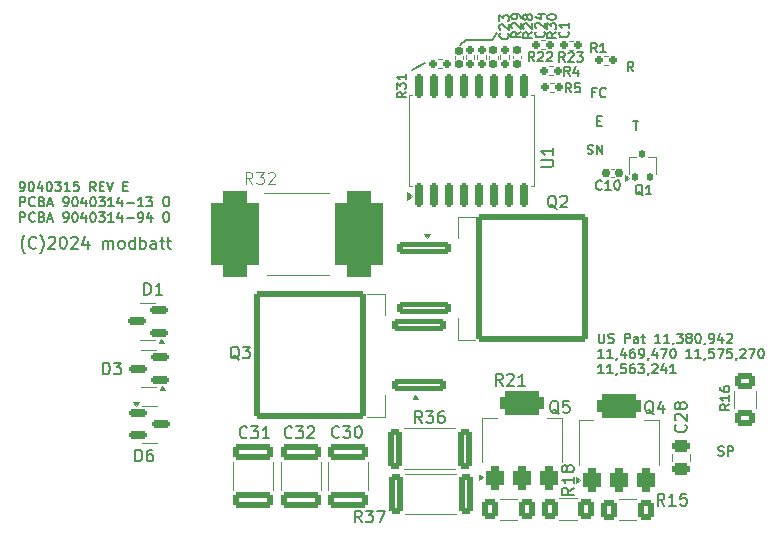
<source format=gto>
G04 #@! TF.GenerationSoftware,KiCad,Pcbnew,8.0.0*
G04 #@! TF.CreationDate,2024-04-27T08:46:39-07:00*
G04 #@! TF.ProjectId,module controller,6d6f6475-6c65-4206-936f-6e74726f6c6c,rev?*
G04 #@! TF.SameCoordinates,Original*
G04 #@! TF.FileFunction,Legend,Top*
G04 #@! TF.FilePolarity,Positive*
%FSLAX46Y46*%
G04 Gerber Fmt 4.6, Leading zero omitted, Abs format (unit mm)*
G04 Created by KiCad (PCBNEW 8.0.0) date 2024-04-27 08:46:39*
%MOMM*%
%LPD*%
G01*
G04 APERTURE LIST*
G04 Aperture macros list*
%AMRoundRect*
0 Rectangle with rounded corners*
0 $1 Rounding radius*
0 $2 $3 $4 $5 $6 $7 $8 $9 X,Y pos of 4 corners*
0 Add a 4 corners polygon primitive as box body*
4,1,4,$2,$3,$4,$5,$6,$7,$8,$9,$2,$3,0*
0 Add four circle primitives for the rounded corners*
1,1,$1+$1,$2,$3*
1,1,$1+$1,$4,$5*
1,1,$1+$1,$6,$7*
1,1,$1+$1,$8,$9*
0 Add four rect primitives between the rounded corners*
20,1,$1+$1,$2,$3,$4,$5,0*
20,1,$1+$1,$4,$5,$6,$7,0*
20,1,$1+$1,$6,$7,$8,$9,0*
20,1,$1+$1,$8,$9,$2,$3,0*%
G04 Aperture macros list end*
%ADD10C,0.150000*%
%ADD11C,0.100000*%
%ADD12C,0.120000*%
%ADD13RoundRect,0.150000X0.587500X0.150000X-0.587500X0.150000X-0.587500X-0.150000X0.587500X-0.150000X0*%
%ADD14RoundRect,0.155000X-0.155000X0.212500X-0.155000X-0.212500X0.155000X-0.212500X0.155000X0.212500X0*%
%ADD15C,1.700000*%
%ADD16RoundRect,0.250000X0.475000X-0.250000X0.475000X0.250000X-0.475000X0.250000X-0.475000X-0.250000X0*%
%ADD17RoundRect,0.160000X0.160000X-0.197500X0.160000X0.197500X-0.160000X0.197500X-0.160000X-0.197500X0*%
%ADD18RoundRect,0.150000X-0.587500X-0.150000X0.587500X-0.150000X0.587500X0.150000X-0.587500X0.150000X0*%
%ADD19C,10.000000*%
%ADD20RoundRect,0.250000X-0.362500X-1.425000X0.362500X-1.425000X0.362500X1.425000X-0.362500X1.425000X0*%
%ADD21RoundRect,0.250000X-2.050000X-0.300000X2.050000X-0.300000X2.050000X0.300000X-2.050000X0.300000X0*%
%ADD22RoundRect,0.250002X-4.449998X-5.149998X4.449998X-5.149998X4.449998X5.149998X-4.449998X5.149998X0*%
%ADD23RoundRect,0.250000X-0.625000X0.400000X-0.625000X-0.400000X0.625000X-0.400000X0.625000X0.400000X0*%
%ADD24RoundRect,0.150000X0.150000X-0.875000X0.150000X0.875000X-0.150000X0.875000X-0.150000X-0.875000X0*%
%ADD25RoundRect,0.160000X-0.160000X0.197500X-0.160000X-0.197500X0.160000X-0.197500X0.160000X0.197500X0*%
%ADD26RoundRect,0.249999X1.450001X-0.450001X1.450001X0.450001X-1.450001X0.450001X-1.450001X-0.450001X0*%
%ADD27RoundRect,0.250000X0.400000X0.625000X-0.400000X0.625000X-0.400000X-0.625000X0.400000X-0.625000X0*%
%ADD28RoundRect,0.375000X0.375000X-0.625000X0.375000X0.625000X-0.375000X0.625000X-0.375000X-0.625000X0*%
%ADD29RoundRect,0.500000X1.400000X-0.500000X1.400000X0.500000X-1.400000X0.500000X-1.400000X-0.500000X0*%
%ADD30RoundRect,0.155000X0.155000X-0.212500X0.155000X0.212500X-0.155000X0.212500X-0.155000X-0.212500X0*%
%ADD31C,2.500000*%
%ADD32RoundRect,0.160000X0.197500X0.160000X-0.197500X0.160000X-0.197500X-0.160000X0.197500X-0.160000X0*%
%ADD33RoundRect,0.112500X-0.112500X-0.237500X0.112500X-0.237500X0.112500X0.237500X-0.112500X0.237500X0*%
%ADD34RoundRect,0.155000X-0.212500X-0.155000X0.212500X-0.155000X0.212500X0.155000X-0.212500X0.155000X0*%
%ADD35RoundRect,0.250000X2.050000X0.300000X-2.050000X0.300000X-2.050000X-0.300000X2.050000X-0.300000X0*%
%ADD36RoundRect,0.250002X4.449998X5.149998X-4.449998X5.149998X-4.449998X-5.149998X4.449998X-5.149998X0*%
%ADD37RoundRect,0.160000X-0.197500X-0.160000X0.197500X-0.160000X0.197500X0.160000X-0.197500X0.160000X0*%
%ADD38RoundRect,1.000000X-1.000000X-2.600000X1.000000X-2.600000X1.000000X2.600000X-1.000000X2.600000X0*%
%ADD39R,2.667000X2.667000*%
%ADD40C,2.667000*%
%ADD41R,1.700000X1.700000*%
%ADD42O,1.700000X1.700000*%
G04 APERTURE END LIST*
D10*
X128540000Y-35280000D02*
X130790000Y-35280000D01*
X128110000Y-35680000D02*
X128540000Y-35280000D01*
X124020000Y-37820000D02*
X125150000Y-37210000D01*
X130790000Y-35280000D02*
X131200000Y-34680000D01*
X90857255Y-48068385D02*
X91009636Y-48068385D01*
X91009636Y-48068385D02*
X91085826Y-48030290D01*
X91085826Y-48030290D02*
X91123922Y-47992194D01*
X91123922Y-47992194D02*
X91200112Y-47877909D01*
X91200112Y-47877909D02*
X91238207Y-47725528D01*
X91238207Y-47725528D02*
X91238207Y-47420766D01*
X91238207Y-47420766D02*
X91200112Y-47344575D01*
X91200112Y-47344575D02*
X91162017Y-47306480D01*
X91162017Y-47306480D02*
X91085826Y-47268385D01*
X91085826Y-47268385D02*
X90933445Y-47268385D01*
X90933445Y-47268385D02*
X90857255Y-47306480D01*
X90857255Y-47306480D02*
X90819160Y-47344575D01*
X90819160Y-47344575D02*
X90781064Y-47420766D01*
X90781064Y-47420766D02*
X90781064Y-47611242D01*
X90781064Y-47611242D02*
X90819160Y-47687432D01*
X90819160Y-47687432D02*
X90857255Y-47725528D01*
X90857255Y-47725528D02*
X90933445Y-47763623D01*
X90933445Y-47763623D02*
X91085826Y-47763623D01*
X91085826Y-47763623D02*
X91162017Y-47725528D01*
X91162017Y-47725528D02*
X91200112Y-47687432D01*
X91200112Y-47687432D02*
X91238207Y-47611242D01*
X91733446Y-47268385D02*
X91809636Y-47268385D01*
X91809636Y-47268385D02*
X91885827Y-47306480D01*
X91885827Y-47306480D02*
X91923922Y-47344575D01*
X91923922Y-47344575D02*
X91962017Y-47420766D01*
X91962017Y-47420766D02*
X92000112Y-47573147D01*
X92000112Y-47573147D02*
X92000112Y-47763623D01*
X92000112Y-47763623D02*
X91962017Y-47916004D01*
X91962017Y-47916004D02*
X91923922Y-47992194D01*
X91923922Y-47992194D02*
X91885827Y-48030290D01*
X91885827Y-48030290D02*
X91809636Y-48068385D01*
X91809636Y-48068385D02*
X91733446Y-48068385D01*
X91733446Y-48068385D02*
X91657255Y-48030290D01*
X91657255Y-48030290D02*
X91619160Y-47992194D01*
X91619160Y-47992194D02*
X91581065Y-47916004D01*
X91581065Y-47916004D02*
X91542969Y-47763623D01*
X91542969Y-47763623D02*
X91542969Y-47573147D01*
X91542969Y-47573147D02*
X91581065Y-47420766D01*
X91581065Y-47420766D02*
X91619160Y-47344575D01*
X91619160Y-47344575D02*
X91657255Y-47306480D01*
X91657255Y-47306480D02*
X91733446Y-47268385D01*
X92685827Y-47535051D02*
X92685827Y-48068385D01*
X92495351Y-47230290D02*
X92304874Y-47801718D01*
X92304874Y-47801718D02*
X92800113Y-47801718D01*
X93257256Y-47268385D02*
X93333446Y-47268385D01*
X93333446Y-47268385D02*
X93409637Y-47306480D01*
X93409637Y-47306480D02*
X93447732Y-47344575D01*
X93447732Y-47344575D02*
X93485827Y-47420766D01*
X93485827Y-47420766D02*
X93523922Y-47573147D01*
X93523922Y-47573147D02*
X93523922Y-47763623D01*
X93523922Y-47763623D02*
X93485827Y-47916004D01*
X93485827Y-47916004D02*
X93447732Y-47992194D01*
X93447732Y-47992194D02*
X93409637Y-48030290D01*
X93409637Y-48030290D02*
X93333446Y-48068385D01*
X93333446Y-48068385D02*
X93257256Y-48068385D01*
X93257256Y-48068385D02*
X93181065Y-48030290D01*
X93181065Y-48030290D02*
X93142970Y-47992194D01*
X93142970Y-47992194D02*
X93104875Y-47916004D01*
X93104875Y-47916004D02*
X93066779Y-47763623D01*
X93066779Y-47763623D02*
X93066779Y-47573147D01*
X93066779Y-47573147D02*
X93104875Y-47420766D01*
X93104875Y-47420766D02*
X93142970Y-47344575D01*
X93142970Y-47344575D02*
X93181065Y-47306480D01*
X93181065Y-47306480D02*
X93257256Y-47268385D01*
X93790589Y-47268385D02*
X94285827Y-47268385D01*
X94285827Y-47268385D02*
X94019161Y-47573147D01*
X94019161Y-47573147D02*
X94133446Y-47573147D01*
X94133446Y-47573147D02*
X94209637Y-47611242D01*
X94209637Y-47611242D02*
X94247732Y-47649337D01*
X94247732Y-47649337D02*
X94285827Y-47725528D01*
X94285827Y-47725528D02*
X94285827Y-47916004D01*
X94285827Y-47916004D02*
X94247732Y-47992194D01*
X94247732Y-47992194D02*
X94209637Y-48030290D01*
X94209637Y-48030290D02*
X94133446Y-48068385D01*
X94133446Y-48068385D02*
X93904875Y-48068385D01*
X93904875Y-48068385D02*
X93828684Y-48030290D01*
X93828684Y-48030290D02*
X93790589Y-47992194D01*
X95047732Y-48068385D02*
X94590589Y-48068385D01*
X94819161Y-48068385D02*
X94819161Y-47268385D01*
X94819161Y-47268385D02*
X94742970Y-47382670D01*
X94742970Y-47382670D02*
X94666780Y-47458861D01*
X94666780Y-47458861D02*
X94590589Y-47496956D01*
X95771542Y-47268385D02*
X95390590Y-47268385D01*
X95390590Y-47268385D02*
X95352494Y-47649337D01*
X95352494Y-47649337D02*
X95390590Y-47611242D01*
X95390590Y-47611242D02*
X95466780Y-47573147D01*
X95466780Y-47573147D02*
X95657256Y-47573147D01*
X95657256Y-47573147D02*
X95733447Y-47611242D01*
X95733447Y-47611242D02*
X95771542Y-47649337D01*
X95771542Y-47649337D02*
X95809637Y-47725528D01*
X95809637Y-47725528D02*
X95809637Y-47916004D01*
X95809637Y-47916004D02*
X95771542Y-47992194D01*
X95771542Y-47992194D02*
X95733447Y-48030290D01*
X95733447Y-48030290D02*
X95657256Y-48068385D01*
X95657256Y-48068385D02*
X95466780Y-48068385D01*
X95466780Y-48068385D02*
X95390590Y-48030290D01*
X95390590Y-48030290D02*
X95352494Y-47992194D01*
X97219162Y-48068385D02*
X96952495Y-47687432D01*
X96762019Y-48068385D02*
X96762019Y-47268385D01*
X96762019Y-47268385D02*
X97066781Y-47268385D01*
X97066781Y-47268385D02*
X97142971Y-47306480D01*
X97142971Y-47306480D02*
X97181066Y-47344575D01*
X97181066Y-47344575D02*
X97219162Y-47420766D01*
X97219162Y-47420766D02*
X97219162Y-47535051D01*
X97219162Y-47535051D02*
X97181066Y-47611242D01*
X97181066Y-47611242D02*
X97142971Y-47649337D01*
X97142971Y-47649337D02*
X97066781Y-47687432D01*
X97066781Y-47687432D02*
X96762019Y-47687432D01*
X97562019Y-47649337D02*
X97828685Y-47649337D01*
X97942971Y-48068385D02*
X97562019Y-48068385D01*
X97562019Y-48068385D02*
X97562019Y-47268385D01*
X97562019Y-47268385D02*
X97942971Y-47268385D01*
X98171543Y-47268385D02*
X98438210Y-48068385D01*
X98438210Y-48068385D02*
X98704876Y-47268385D01*
X99581067Y-47649337D02*
X99847733Y-47649337D01*
X99962019Y-48068385D02*
X99581067Y-48068385D01*
X99581067Y-48068385D02*
X99581067Y-47268385D01*
X99581067Y-47268385D02*
X99962019Y-47268385D01*
X90819160Y-49356340D02*
X90819160Y-48556340D01*
X90819160Y-48556340D02*
X91123922Y-48556340D01*
X91123922Y-48556340D02*
X91200112Y-48594435D01*
X91200112Y-48594435D02*
X91238207Y-48632530D01*
X91238207Y-48632530D02*
X91276303Y-48708721D01*
X91276303Y-48708721D02*
X91276303Y-48823006D01*
X91276303Y-48823006D02*
X91238207Y-48899197D01*
X91238207Y-48899197D02*
X91200112Y-48937292D01*
X91200112Y-48937292D02*
X91123922Y-48975387D01*
X91123922Y-48975387D02*
X90819160Y-48975387D01*
X92076303Y-49280149D02*
X92038207Y-49318245D01*
X92038207Y-49318245D02*
X91923922Y-49356340D01*
X91923922Y-49356340D02*
X91847731Y-49356340D01*
X91847731Y-49356340D02*
X91733445Y-49318245D01*
X91733445Y-49318245D02*
X91657255Y-49242054D01*
X91657255Y-49242054D02*
X91619160Y-49165864D01*
X91619160Y-49165864D02*
X91581064Y-49013483D01*
X91581064Y-49013483D02*
X91581064Y-48899197D01*
X91581064Y-48899197D02*
X91619160Y-48746816D01*
X91619160Y-48746816D02*
X91657255Y-48670625D01*
X91657255Y-48670625D02*
X91733445Y-48594435D01*
X91733445Y-48594435D02*
X91847731Y-48556340D01*
X91847731Y-48556340D02*
X91923922Y-48556340D01*
X91923922Y-48556340D02*
X92038207Y-48594435D01*
X92038207Y-48594435D02*
X92076303Y-48632530D01*
X92685826Y-48937292D02*
X92800112Y-48975387D01*
X92800112Y-48975387D02*
X92838207Y-49013483D01*
X92838207Y-49013483D02*
X92876303Y-49089673D01*
X92876303Y-49089673D02*
X92876303Y-49203959D01*
X92876303Y-49203959D02*
X92838207Y-49280149D01*
X92838207Y-49280149D02*
X92800112Y-49318245D01*
X92800112Y-49318245D02*
X92723922Y-49356340D01*
X92723922Y-49356340D02*
X92419160Y-49356340D01*
X92419160Y-49356340D02*
X92419160Y-48556340D01*
X92419160Y-48556340D02*
X92685826Y-48556340D01*
X92685826Y-48556340D02*
X92762017Y-48594435D01*
X92762017Y-48594435D02*
X92800112Y-48632530D01*
X92800112Y-48632530D02*
X92838207Y-48708721D01*
X92838207Y-48708721D02*
X92838207Y-48784911D01*
X92838207Y-48784911D02*
X92800112Y-48861102D01*
X92800112Y-48861102D02*
X92762017Y-48899197D01*
X92762017Y-48899197D02*
X92685826Y-48937292D01*
X92685826Y-48937292D02*
X92419160Y-48937292D01*
X93181064Y-49127768D02*
X93562017Y-49127768D01*
X93104874Y-49356340D02*
X93371541Y-48556340D01*
X93371541Y-48556340D02*
X93638207Y-49356340D01*
X94552493Y-49356340D02*
X94704874Y-49356340D01*
X94704874Y-49356340D02*
X94781064Y-49318245D01*
X94781064Y-49318245D02*
X94819160Y-49280149D01*
X94819160Y-49280149D02*
X94895350Y-49165864D01*
X94895350Y-49165864D02*
X94933445Y-49013483D01*
X94933445Y-49013483D02*
X94933445Y-48708721D01*
X94933445Y-48708721D02*
X94895350Y-48632530D01*
X94895350Y-48632530D02*
X94857255Y-48594435D01*
X94857255Y-48594435D02*
X94781064Y-48556340D01*
X94781064Y-48556340D02*
X94628683Y-48556340D01*
X94628683Y-48556340D02*
X94552493Y-48594435D01*
X94552493Y-48594435D02*
X94514398Y-48632530D01*
X94514398Y-48632530D02*
X94476302Y-48708721D01*
X94476302Y-48708721D02*
X94476302Y-48899197D01*
X94476302Y-48899197D02*
X94514398Y-48975387D01*
X94514398Y-48975387D02*
X94552493Y-49013483D01*
X94552493Y-49013483D02*
X94628683Y-49051578D01*
X94628683Y-49051578D02*
X94781064Y-49051578D01*
X94781064Y-49051578D02*
X94857255Y-49013483D01*
X94857255Y-49013483D02*
X94895350Y-48975387D01*
X94895350Y-48975387D02*
X94933445Y-48899197D01*
X95428684Y-48556340D02*
X95504874Y-48556340D01*
X95504874Y-48556340D02*
X95581065Y-48594435D01*
X95581065Y-48594435D02*
X95619160Y-48632530D01*
X95619160Y-48632530D02*
X95657255Y-48708721D01*
X95657255Y-48708721D02*
X95695350Y-48861102D01*
X95695350Y-48861102D02*
X95695350Y-49051578D01*
X95695350Y-49051578D02*
X95657255Y-49203959D01*
X95657255Y-49203959D02*
X95619160Y-49280149D01*
X95619160Y-49280149D02*
X95581065Y-49318245D01*
X95581065Y-49318245D02*
X95504874Y-49356340D01*
X95504874Y-49356340D02*
X95428684Y-49356340D01*
X95428684Y-49356340D02*
X95352493Y-49318245D01*
X95352493Y-49318245D02*
X95314398Y-49280149D01*
X95314398Y-49280149D02*
X95276303Y-49203959D01*
X95276303Y-49203959D02*
X95238207Y-49051578D01*
X95238207Y-49051578D02*
X95238207Y-48861102D01*
X95238207Y-48861102D02*
X95276303Y-48708721D01*
X95276303Y-48708721D02*
X95314398Y-48632530D01*
X95314398Y-48632530D02*
X95352493Y-48594435D01*
X95352493Y-48594435D02*
X95428684Y-48556340D01*
X96381065Y-48823006D02*
X96381065Y-49356340D01*
X96190589Y-48518245D02*
X96000112Y-49089673D01*
X96000112Y-49089673D02*
X96495351Y-49089673D01*
X96952494Y-48556340D02*
X97028684Y-48556340D01*
X97028684Y-48556340D02*
X97104875Y-48594435D01*
X97104875Y-48594435D02*
X97142970Y-48632530D01*
X97142970Y-48632530D02*
X97181065Y-48708721D01*
X97181065Y-48708721D02*
X97219160Y-48861102D01*
X97219160Y-48861102D02*
X97219160Y-49051578D01*
X97219160Y-49051578D02*
X97181065Y-49203959D01*
X97181065Y-49203959D02*
X97142970Y-49280149D01*
X97142970Y-49280149D02*
X97104875Y-49318245D01*
X97104875Y-49318245D02*
X97028684Y-49356340D01*
X97028684Y-49356340D02*
X96952494Y-49356340D01*
X96952494Y-49356340D02*
X96876303Y-49318245D01*
X96876303Y-49318245D02*
X96838208Y-49280149D01*
X96838208Y-49280149D02*
X96800113Y-49203959D01*
X96800113Y-49203959D02*
X96762017Y-49051578D01*
X96762017Y-49051578D02*
X96762017Y-48861102D01*
X96762017Y-48861102D02*
X96800113Y-48708721D01*
X96800113Y-48708721D02*
X96838208Y-48632530D01*
X96838208Y-48632530D02*
X96876303Y-48594435D01*
X96876303Y-48594435D02*
X96952494Y-48556340D01*
X97485827Y-48556340D02*
X97981065Y-48556340D01*
X97981065Y-48556340D02*
X97714399Y-48861102D01*
X97714399Y-48861102D02*
X97828684Y-48861102D01*
X97828684Y-48861102D02*
X97904875Y-48899197D01*
X97904875Y-48899197D02*
X97942970Y-48937292D01*
X97942970Y-48937292D02*
X97981065Y-49013483D01*
X97981065Y-49013483D02*
X97981065Y-49203959D01*
X97981065Y-49203959D02*
X97942970Y-49280149D01*
X97942970Y-49280149D02*
X97904875Y-49318245D01*
X97904875Y-49318245D02*
X97828684Y-49356340D01*
X97828684Y-49356340D02*
X97600113Y-49356340D01*
X97600113Y-49356340D02*
X97523922Y-49318245D01*
X97523922Y-49318245D02*
X97485827Y-49280149D01*
X98742970Y-49356340D02*
X98285827Y-49356340D01*
X98514399Y-49356340D02*
X98514399Y-48556340D01*
X98514399Y-48556340D02*
X98438208Y-48670625D01*
X98438208Y-48670625D02*
X98362018Y-48746816D01*
X98362018Y-48746816D02*
X98285827Y-48784911D01*
X99428685Y-48823006D02*
X99428685Y-49356340D01*
X99238209Y-48518245D02*
X99047732Y-49089673D01*
X99047732Y-49089673D02*
X99542971Y-49089673D01*
X99847733Y-49051578D02*
X100457257Y-49051578D01*
X101257256Y-49356340D02*
X100800113Y-49356340D01*
X101028685Y-49356340D02*
X101028685Y-48556340D01*
X101028685Y-48556340D02*
X100952494Y-48670625D01*
X100952494Y-48670625D02*
X100876304Y-48746816D01*
X100876304Y-48746816D02*
X100800113Y-48784911D01*
X101523923Y-48556340D02*
X102019161Y-48556340D01*
X102019161Y-48556340D02*
X101752495Y-48861102D01*
X101752495Y-48861102D02*
X101866780Y-48861102D01*
X101866780Y-48861102D02*
X101942971Y-48899197D01*
X101942971Y-48899197D02*
X101981066Y-48937292D01*
X101981066Y-48937292D02*
X102019161Y-49013483D01*
X102019161Y-49013483D02*
X102019161Y-49203959D01*
X102019161Y-49203959D02*
X101981066Y-49280149D01*
X101981066Y-49280149D02*
X101942971Y-49318245D01*
X101942971Y-49318245D02*
X101866780Y-49356340D01*
X101866780Y-49356340D02*
X101638209Y-49356340D01*
X101638209Y-49356340D02*
X101562018Y-49318245D01*
X101562018Y-49318245D02*
X101523923Y-49280149D01*
X103123924Y-48556340D02*
X103276305Y-48556340D01*
X103276305Y-48556340D02*
X103352495Y-48594435D01*
X103352495Y-48594435D02*
X103428686Y-48670625D01*
X103428686Y-48670625D02*
X103466781Y-48823006D01*
X103466781Y-48823006D02*
X103466781Y-49089673D01*
X103466781Y-49089673D02*
X103428686Y-49242054D01*
X103428686Y-49242054D02*
X103352495Y-49318245D01*
X103352495Y-49318245D02*
X103276305Y-49356340D01*
X103276305Y-49356340D02*
X103123924Y-49356340D01*
X103123924Y-49356340D02*
X103047733Y-49318245D01*
X103047733Y-49318245D02*
X102971543Y-49242054D01*
X102971543Y-49242054D02*
X102933447Y-49089673D01*
X102933447Y-49089673D02*
X102933447Y-48823006D01*
X102933447Y-48823006D02*
X102971543Y-48670625D01*
X102971543Y-48670625D02*
X103047733Y-48594435D01*
X103047733Y-48594435D02*
X103123924Y-48556340D01*
X90819160Y-50644295D02*
X90819160Y-49844295D01*
X90819160Y-49844295D02*
X91123922Y-49844295D01*
X91123922Y-49844295D02*
X91200112Y-49882390D01*
X91200112Y-49882390D02*
X91238207Y-49920485D01*
X91238207Y-49920485D02*
X91276303Y-49996676D01*
X91276303Y-49996676D02*
X91276303Y-50110961D01*
X91276303Y-50110961D02*
X91238207Y-50187152D01*
X91238207Y-50187152D02*
X91200112Y-50225247D01*
X91200112Y-50225247D02*
X91123922Y-50263342D01*
X91123922Y-50263342D02*
X90819160Y-50263342D01*
X92076303Y-50568104D02*
X92038207Y-50606200D01*
X92038207Y-50606200D02*
X91923922Y-50644295D01*
X91923922Y-50644295D02*
X91847731Y-50644295D01*
X91847731Y-50644295D02*
X91733445Y-50606200D01*
X91733445Y-50606200D02*
X91657255Y-50530009D01*
X91657255Y-50530009D02*
X91619160Y-50453819D01*
X91619160Y-50453819D02*
X91581064Y-50301438D01*
X91581064Y-50301438D02*
X91581064Y-50187152D01*
X91581064Y-50187152D02*
X91619160Y-50034771D01*
X91619160Y-50034771D02*
X91657255Y-49958580D01*
X91657255Y-49958580D02*
X91733445Y-49882390D01*
X91733445Y-49882390D02*
X91847731Y-49844295D01*
X91847731Y-49844295D02*
X91923922Y-49844295D01*
X91923922Y-49844295D02*
X92038207Y-49882390D01*
X92038207Y-49882390D02*
X92076303Y-49920485D01*
X92685826Y-50225247D02*
X92800112Y-50263342D01*
X92800112Y-50263342D02*
X92838207Y-50301438D01*
X92838207Y-50301438D02*
X92876303Y-50377628D01*
X92876303Y-50377628D02*
X92876303Y-50491914D01*
X92876303Y-50491914D02*
X92838207Y-50568104D01*
X92838207Y-50568104D02*
X92800112Y-50606200D01*
X92800112Y-50606200D02*
X92723922Y-50644295D01*
X92723922Y-50644295D02*
X92419160Y-50644295D01*
X92419160Y-50644295D02*
X92419160Y-49844295D01*
X92419160Y-49844295D02*
X92685826Y-49844295D01*
X92685826Y-49844295D02*
X92762017Y-49882390D01*
X92762017Y-49882390D02*
X92800112Y-49920485D01*
X92800112Y-49920485D02*
X92838207Y-49996676D01*
X92838207Y-49996676D02*
X92838207Y-50072866D01*
X92838207Y-50072866D02*
X92800112Y-50149057D01*
X92800112Y-50149057D02*
X92762017Y-50187152D01*
X92762017Y-50187152D02*
X92685826Y-50225247D01*
X92685826Y-50225247D02*
X92419160Y-50225247D01*
X93181064Y-50415723D02*
X93562017Y-50415723D01*
X93104874Y-50644295D02*
X93371541Y-49844295D01*
X93371541Y-49844295D02*
X93638207Y-50644295D01*
X94552493Y-50644295D02*
X94704874Y-50644295D01*
X94704874Y-50644295D02*
X94781064Y-50606200D01*
X94781064Y-50606200D02*
X94819160Y-50568104D01*
X94819160Y-50568104D02*
X94895350Y-50453819D01*
X94895350Y-50453819D02*
X94933445Y-50301438D01*
X94933445Y-50301438D02*
X94933445Y-49996676D01*
X94933445Y-49996676D02*
X94895350Y-49920485D01*
X94895350Y-49920485D02*
X94857255Y-49882390D01*
X94857255Y-49882390D02*
X94781064Y-49844295D01*
X94781064Y-49844295D02*
X94628683Y-49844295D01*
X94628683Y-49844295D02*
X94552493Y-49882390D01*
X94552493Y-49882390D02*
X94514398Y-49920485D01*
X94514398Y-49920485D02*
X94476302Y-49996676D01*
X94476302Y-49996676D02*
X94476302Y-50187152D01*
X94476302Y-50187152D02*
X94514398Y-50263342D01*
X94514398Y-50263342D02*
X94552493Y-50301438D01*
X94552493Y-50301438D02*
X94628683Y-50339533D01*
X94628683Y-50339533D02*
X94781064Y-50339533D01*
X94781064Y-50339533D02*
X94857255Y-50301438D01*
X94857255Y-50301438D02*
X94895350Y-50263342D01*
X94895350Y-50263342D02*
X94933445Y-50187152D01*
X95428684Y-49844295D02*
X95504874Y-49844295D01*
X95504874Y-49844295D02*
X95581065Y-49882390D01*
X95581065Y-49882390D02*
X95619160Y-49920485D01*
X95619160Y-49920485D02*
X95657255Y-49996676D01*
X95657255Y-49996676D02*
X95695350Y-50149057D01*
X95695350Y-50149057D02*
X95695350Y-50339533D01*
X95695350Y-50339533D02*
X95657255Y-50491914D01*
X95657255Y-50491914D02*
X95619160Y-50568104D01*
X95619160Y-50568104D02*
X95581065Y-50606200D01*
X95581065Y-50606200D02*
X95504874Y-50644295D01*
X95504874Y-50644295D02*
X95428684Y-50644295D01*
X95428684Y-50644295D02*
X95352493Y-50606200D01*
X95352493Y-50606200D02*
X95314398Y-50568104D01*
X95314398Y-50568104D02*
X95276303Y-50491914D01*
X95276303Y-50491914D02*
X95238207Y-50339533D01*
X95238207Y-50339533D02*
X95238207Y-50149057D01*
X95238207Y-50149057D02*
X95276303Y-49996676D01*
X95276303Y-49996676D02*
X95314398Y-49920485D01*
X95314398Y-49920485D02*
X95352493Y-49882390D01*
X95352493Y-49882390D02*
X95428684Y-49844295D01*
X96381065Y-50110961D02*
X96381065Y-50644295D01*
X96190589Y-49806200D02*
X96000112Y-50377628D01*
X96000112Y-50377628D02*
X96495351Y-50377628D01*
X96952494Y-49844295D02*
X97028684Y-49844295D01*
X97028684Y-49844295D02*
X97104875Y-49882390D01*
X97104875Y-49882390D02*
X97142970Y-49920485D01*
X97142970Y-49920485D02*
X97181065Y-49996676D01*
X97181065Y-49996676D02*
X97219160Y-50149057D01*
X97219160Y-50149057D02*
X97219160Y-50339533D01*
X97219160Y-50339533D02*
X97181065Y-50491914D01*
X97181065Y-50491914D02*
X97142970Y-50568104D01*
X97142970Y-50568104D02*
X97104875Y-50606200D01*
X97104875Y-50606200D02*
X97028684Y-50644295D01*
X97028684Y-50644295D02*
X96952494Y-50644295D01*
X96952494Y-50644295D02*
X96876303Y-50606200D01*
X96876303Y-50606200D02*
X96838208Y-50568104D01*
X96838208Y-50568104D02*
X96800113Y-50491914D01*
X96800113Y-50491914D02*
X96762017Y-50339533D01*
X96762017Y-50339533D02*
X96762017Y-50149057D01*
X96762017Y-50149057D02*
X96800113Y-49996676D01*
X96800113Y-49996676D02*
X96838208Y-49920485D01*
X96838208Y-49920485D02*
X96876303Y-49882390D01*
X96876303Y-49882390D02*
X96952494Y-49844295D01*
X97485827Y-49844295D02*
X97981065Y-49844295D01*
X97981065Y-49844295D02*
X97714399Y-50149057D01*
X97714399Y-50149057D02*
X97828684Y-50149057D01*
X97828684Y-50149057D02*
X97904875Y-50187152D01*
X97904875Y-50187152D02*
X97942970Y-50225247D01*
X97942970Y-50225247D02*
X97981065Y-50301438D01*
X97981065Y-50301438D02*
X97981065Y-50491914D01*
X97981065Y-50491914D02*
X97942970Y-50568104D01*
X97942970Y-50568104D02*
X97904875Y-50606200D01*
X97904875Y-50606200D02*
X97828684Y-50644295D01*
X97828684Y-50644295D02*
X97600113Y-50644295D01*
X97600113Y-50644295D02*
X97523922Y-50606200D01*
X97523922Y-50606200D02*
X97485827Y-50568104D01*
X98742970Y-50644295D02*
X98285827Y-50644295D01*
X98514399Y-50644295D02*
X98514399Y-49844295D01*
X98514399Y-49844295D02*
X98438208Y-49958580D01*
X98438208Y-49958580D02*
X98362018Y-50034771D01*
X98362018Y-50034771D02*
X98285827Y-50072866D01*
X99428685Y-50110961D02*
X99428685Y-50644295D01*
X99238209Y-49806200D02*
X99047732Y-50377628D01*
X99047732Y-50377628D02*
X99542971Y-50377628D01*
X99847733Y-50339533D02*
X100457257Y-50339533D01*
X100876304Y-50644295D02*
X101028685Y-50644295D01*
X101028685Y-50644295D02*
X101104875Y-50606200D01*
X101104875Y-50606200D02*
X101142971Y-50568104D01*
X101142971Y-50568104D02*
X101219161Y-50453819D01*
X101219161Y-50453819D02*
X101257256Y-50301438D01*
X101257256Y-50301438D02*
X101257256Y-49996676D01*
X101257256Y-49996676D02*
X101219161Y-49920485D01*
X101219161Y-49920485D02*
X101181066Y-49882390D01*
X101181066Y-49882390D02*
X101104875Y-49844295D01*
X101104875Y-49844295D02*
X100952494Y-49844295D01*
X100952494Y-49844295D02*
X100876304Y-49882390D01*
X100876304Y-49882390D02*
X100838209Y-49920485D01*
X100838209Y-49920485D02*
X100800113Y-49996676D01*
X100800113Y-49996676D02*
X100800113Y-50187152D01*
X100800113Y-50187152D02*
X100838209Y-50263342D01*
X100838209Y-50263342D02*
X100876304Y-50301438D01*
X100876304Y-50301438D02*
X100952494Y-50339533D01*
X100952494Y-50339533D02*
X101104875Y-50339533D01*
X101104875Y-50339533D02*
X101181066Y-50301438D01*
X101181066Y-50301438D02*
X101219161Y-50263342D01*
X101219161Y-50263342D02*
X101257256Y-50187152D01*
X101942971Y-50110961D02*
X101942971Y-50644295D01*
X101752495Y-49806200D02*
X101562018Y-50377628D01*
X101562018Y-50377628D02*
X102057257Y-50377628D01*
X103123924Y-49844295D02*
X103276305Y-49844295D01*
X103276305Y-49844295D02*
X103352495Y-49882390D01*
X103352495Y-49882390D02*
X103428686Y-49958580D01*
X103428686Y-49958580D02*
X103466781Y-50110961D01*
X103466781Y-50110961D02*
X103466781Y-50377628D01*
X103466781Y-50377628D02*
X103428686Y-50530009D01*
X103428686Y-50530009D02*
X103352495Y-50606200D01*
X103352495Y-50606200D02*
X103276305Y-50644295D01*
X103276305Y-50644295D02*
X103123924Y-50644295D01*
X103123924Y-50644295D02*
X103047733Y-50606200D01*
X103047733Y-50606200D02*
X102971543Y-50530009D01*
X102971543Y-50530009D02*
X102933447Y-50377628D01*
X102933447Y-50377628D02*
X102933447Y-50110961D01*
X102933447Y-50110961D02*
X102971543Y-49958580D01*
X102971543Y-49958580D02*
X103047733Y-49882390D01*
X103047733Y-49882390D02*
X103123924Y-49844295D01*
X91242493Y-53320771D02*
X91194874Y-53273152D01*
X91194874Y-53273152D02*
X91099636Y-53130295D01*
X91099636Y-53130295D02*
X91052017Y-53035057D01*
X91052017Y-53035057D02*
X91004398Y-52892200D01*
X91004398Y-52892200D02*
X90956779Y-52654104D01*
X90956779Y-52654104D02*
X90956779Y-52463628D01*
X90956779Y-52463628D02*
X91004398Y-52225533D01*
X91004398Y-52225533D02*
X91052017Y-52082676D01*
X91052017Y-52082676D02*
X91099636Y-51987438D01*
X91099636Y-51987438D02*
X91194874Y-51844580D01*
X91194874Y-51844580D02*
X91242493Y-51796961D01*
X92194874Y-52844580D02*
X92147255Y-52892200D01*
X92147255Y-52892200D02*
X92004398Y-52939819D01*
X92004398Y-52939819D02*
X91909160Y-52939819D01*
X91909160Y-52939819D02*
X91766303Y-52892200D01*
X91766303Y-52892200D02*
X91671065Y-52796961D01*
X91671065Y-52796961D02*
X91623446Y-52701723D01*
X91623446Y-52701723D02*
X91575827Y-52511247D01*
X91575827Y-52511247D02*
X91575827Y-52368390D01*
X91575827Y-52368390D02*
X91623446Y-52177914D01*
X91623446Y-52177914D02*
X91671065Y-52082676D01*
X91671065Y-52082676D02*
X91766303Y-51987438D01*
X91766303Y-51987438D02*
X91909160Y-51939819D01*
X91909160Y-51939819D02*
X92004398Y-51939819D01*
X92004398Y-51939819D02*
X92147255Y-51987438D01*
X92147255Y-51987438D02*
X92194874Y-52035057D01*
X92528208Y-53320771D02*
X92575827Y-53273152D01*
X92575827Y-53273152D02*
X92671065Y-53130295D01*
X92671065Y-53130295D02*
X92718684Y-53035057D01*
X92718684Y-53035057D02*
X92766303Y-52892200D01*
X92766303Y-52892200D02*
X92813922Y-52654104D01*
X92813922Y-52654104D02*
X92813922Y-52463628D01*
X92813922Y-52463628D02*
X92766303Y-52225533D01*
X92766303Y-52225533D02*
X92718684Y-52082676D01*
X92718684Y-52082676D02*
X92671065Y-51987438D01*
X92671065Y-51987438D02*
X92575827Y-51844580D01*
X92575827Y-51844580D02*
X92528208Y-51796961D01*
X93242494Y-52035057D02*
X93290113Y-51987438D01*
X93290113Y-51987438D02*
X93385351Y-51939819D01*
X93385351Y-51939819D02*
X93623446Y-51939819D01*
X93623446Y-51939819D02*
X93718684Y-51987438D01*
X93718684Y-51987438D02*
X93766303Y-52035057D01*
X93766303Y-52035057D02*
X93813922Y-52130295D01*
X93813922Y-52130295D02*
X93813922Y-52225533D01*
X93813922Y-52225533D02*
X93766303Y-52368390D01*
X93766303Y-52368390D02*
X93194875Y-52939819D01*
X93194875Y-52939819D02*
X93813922Y-52939819D01*
X94432970Y-51939819D02*
X94528208Y-51939819D01*
X94528208Y-51939819D02*
X94623446Y-51987438D01*
X94623446Y-51987438D02*
X94671065Y-52035057D01*
X94671065Y-52035057D02*
X94718684Y-52130295D01*
X94718684Y-52130295D02*
X94766303Y-52320771D01*
X94766303Y-52320771D02*
X94766303Y-52558866D01*
X94766303Y-52558866D02*
X94718684Y-52749342D01*
X94718684Y-52749342D02*
X94671065Y-52844580D01*
X94671065Y-52844580D02*
X94623446Y-52892200D01*
X94623446Y-52892200D02*
X94528208Y-52939819D01*
X94528208Y-52939819D02*
X94432970Y-52939819D01*
X94432970Y-52939819D02*
X94337732Y-52892200D01*
X94337732Y-52892200D02*
X94290113Y-52844580D01*
X94290113Y-52844580D02*
X94242494Y-52749342D01*
X94242494Y-52749342D02*
X94194875Y-52558866D01*
X94194875Y-52558866D02*
X94194875Y-52320771D01*
X94194875Y-52320771D02*
X94242494Y-52130295D01*
X94242494Y-52130295D02*
X94290113Y-52035057D01*
X94290113Y-52035057D02*
X94337732Y-51987438D01*
X94337732Y-51987438D02*
X94432970Y-51939819D01*
X95147256Y-52035057D02*
X95194875Y-51987438D01*
X95194875Y-51987438D02*
X95290113Y-51939819D01*
X95290113Y-51939819D02*
X95528208Y-51939819D01*
X95528208Y-51939819D02*
X95623446Y-51987438D01*
X95623446Y-51987438D02*
X95671065Y-52035057D01*
X95671065Y-52035057D02*
X95718684Y-52130295D01*
X95718684Y-52130295D02*
X95718684Y-52225533D01*
X95718684Y-52225533D02*
X95671065Y-52368390D01*
X95671065Y-52368390D02*
X95099637Y-52939819D01*
X95099637Y-52939819D02*
X95718684Y-52939819D01*
X96575827Y-52273152D02*
X96575827Y-52939819D01*
X96337732Y-51892200D02*
X96099637Y-52606485D01*
X96099637Y-52606485D02*
X96718684Y-52606485D01*
X97861542Y-52939819D02*
X97861542Y-52273152D01*
X97861542Y-52368390D02*
X97909161Y-52320771D01*
X97909161Y-52320771D02*
X98004399Y-52273152D01*
X98004399Y-52273152D02*
X98147256Y-52273152D01*
X98147256Y-52273152D02*
X98242494Y-52320771D01*
X98242494Y-52320771D02*
X98290113Y-52416009D01*
X98290113Y-52416009D02*
X98290113Y-52939819D01*
X98290113Y-52416009D02*
X98337732Y-52320771D01*
X98337732Y-52320771D02*
X98432970Y-52273152D01*
X98432970Y-52273152D02*
X98575827Y-52273152D01*
X98575827Y-52273152D02*
X98671066Y-52320771D01*
X98671066Y-52320771D02*
X98718685Y-52416009D01*
X98718685Y-52416009D02*
X98718685Y-52939819D01*
X99337732Y-52939819D02*
X99242494Y-52892200D01*
X99242494Y-52892200D02*
X99194875Y-52844580D01*
X99194875Y-52844580D02*
X99147256Y-52749342D01*
X99147256Y-52749342D02*
X99147256Y-52463628D01*
X99147256Y-52463628D02*
X99194875Y-52368390D01*
X99194875Y-52368390D02*
X99242494Y-52320771D01*
X99242494Y-52320771D02*
X99337732Y-52273152D01*
X99337732Y-52273152D02*
X99480589Y-52273152D01*
X99480589Y-52273152D02*
X99575827Y-52320771D01*
X99575827Y-52320771D02*
X99623446Y-52368390D01*
X99623446Y-52368390D02*
X99671065Y-52463628D01*
X99671065Y-52463628D02*
X99671065Y-52749342D01*
X99671065Y-52749342D02*
X99623446Y-52844580D01*
X99623446Y-52844580D02*
X99575827Y-52892200D01*
X99575827Y-52892200D02*
X99480589Y-52939819D01*
X99480589Y-52939819D02*
X99337732Y-52939819D01*
X100528208Y-52939819D02*
X100528208Y-51939819D01*
X100528208Y-52892200D02*
X100432970Y-52939819D01*
X100432970Y-52939819D02*
X100242494Y-52939819D01*
X100242494Y-52939819D02*
X100147256Y-52892200D01*
X100147256Y-52892200D02*
X100099637Y-52844580D01*
X100099637Y-52844580D02*
X100052018Y-52749342D01*
X100052018Y-52749342D02*
X100052018Y-52463628D01*
X100052018Y-52463628D02*
X100099637Y-52368390D01*
X100099637Y-52368390D02*
X100147256Y-52320771D01*
X100147256Y-52320771D02*
X100242494Y-52273152D01*
X100242494Y-52273152D02*
X100432970Y-52273152D01*
X100432970Y-52273152D02*
X100528208Y-52320771D01*
X101004399Y-52939819D02*
X101004399Y-51939819D01*
X101004399Y-52320771D02*
X101099637Y-52273152D01*
X101099637Y-52273152D02*
X101290113Y-52273152D01*
X101290113Y-52273152D02*
X101385351Y-52320771D01*
X101385351Y-52320771D02*
X101432970Y-52368390D01*
X101432970Y-52368390D02*
X101480589Y-52463628D01*
X101480589Y-52463628D02*
X101480589Y-52749342D01*
X101480589Y-52749342D02*
X101432970Y-52844580D01*
X101432970Y-52844580D02*
X101385351Y-52892200D01*
X101385351Y-52892200D02*
X101290113Y-52939819D01*
X101290113Y-52939819D02*
X101099637Y-52939819D01*
X101099637Y-52939819D02*
X101004399Y-52892200D01*
X102337732Y-52939819D02*
X102337732Y-52416009D01*
X102337732Y-52416009D02*
X102290113Y-52320771D01*
X102290113Y-52320771D02*
X102194875Y-52273152D01*
X102194875Y-52273152D02*
X102004399Y-52273152D01*
X102004399Y-52273152D02*
X101909161Y-52320771D01*
X102337732Y-52892200D02*
X102242494Y-52939819D01*
X102242494Y-52939819D02*
X102004399Y-52939819D01*
X102004399Y-52939819D02*
X101909161Y-52892200D01*
X101909161Y-52892200D02*
X101861542Y-52796961D01*
X101861542Y-52796961D02*
X101861542Y-52701723D01*
X101861542Y-52701723D02*
X101909161Y-52606485D01*
X101909161Y-52606485D02*
X102004399Y-52558866D01*
X102004399Y-52558866D02*
X102242494Y-52558866D01*
X102242494Y-52558866D02*
X102337732Y-52511247D01*
X102671066Y-52273152D02*
X103052018Y-52273152D01*
X102813923Y-51939819D02*
X102813923Y-52796961D01*
X102813923Y-52796961D02*
X102861542Y-52892200D01*
X102861542Y-52892200D02*
X102956780Y-52939819D01*
X102956780Y-52939819D02*
X103052018Y-52939819D01*
X103242495Y-52273152D02*
X103623447Y-52273152D01*
X103385352Y-51939819D02*
X103385352Y-52796961D01*
X103385352Y-52796961D02*
X103432971Y-52892200D01*
X103432971Y-52892200D02*
X103528209Y-52939819D01*
X103528209Y-52939819D02*
X103623447Y-52939819D01*
X139515826Y-39695247D02*
X139249160Y-39695247D01*
X139249160Y-40114295D02*
X139249160Y-39314295D01*
X139249160Y-39314295D02*
X139630112Y-39314295D01*
X140392017Y-40038104D02*
X140353921Y-40076200D01*
X140353921Y-40076200D02*
X140239636Y-40114295D01*
X140239636Y-40114295D02*
X140163445Y-40114295D01*
X140163445Y-40114295D02*
X140049159Y-40076200D01*
X140049159Y-40076200D02*
X139972969Y-40000009D01*
X139972969Y-40000009D02*
X139934874Y-39923819D01*
X139934874Y-39923819D02*
X139896778Y-39771438D01*
X139896778Y-39771438D02*
X139896778Y-39657152D01*
X139896778Y-39657152D02*
X139934874Y-39504771D01*
X139934874Y-39504771D02*
X139972969Y-39428580D01*
X139972969Y-39428580D02*
X140049159Y-39352390D01*
X140049159Y-39352390D02*
X140163445Y-39314295D01*
X140163445Y-39314295D02*
X140239636Y-39314295D01*
X140239636Y-39314295D02*
X140353921Y-39352390D01*
X140353921Y-39352390D02*
X140392017Y-39390485D01*
X149931064Y-70416200D02*
X150045350Y-70454295D01*
X150045350Y-70454295D02*
X150235826Y-70454295D01*
X150235826Y-70454295D02*
X150312017Y-70416200D01*
X150312017Y-70416200D02*
X150350112Y-70378104D01*
X150350112Y-70378104D02*
X150388207Y-70301914D01*
X150388207Y-70301914D02*
X150388207Y-70225723D01*
X150388207Y-70225723D02*
X150350112Y-70149533D01*
X150350112Y-70149533D02*
X150312017Y-70111438D01*
X150312017Y-70111438D02*
X150235826Y-70073342D01*
X150235826Y-70073342D02*
X150083445Y-70035247D01*
X150083445Y-70035247D02*
X150007255Y-69997152D01*
X150007255Y-69997152D02*
X149969160Y-69959057D01*
X149969160Y-69959057D02*
X149931064Y-69882866D01*
X149931064Y-69882866D02*
X149931064Y-69806676D01*
X149931064Y-69806676D02*
X149969160Y-69730485D01*
X149969160Y-69730485D02*
X150007255Y-69692390D01*
X150007255Y-69692390D02*
X150083445Y-69654295D01*
X150083445Y-69654295D02*
X150273922Y-69654295D01*
X150273922Y-69654295D02*
X150388207Y-69692390D01*
X150731065Y-70454295D02*
X150731065Y-69654295D01*
X150731065Y-69654295D02*
X151035827Y-69654295D01*
X151035827Y-69654295D02*
X151112017Y-69692390D01*
X151112017Y-69692390D02*
X151150112Y-69730485D01*
X151150112Y-69730485D02*
X151188208Y-69806676D01*
X151188208Y-69806676D02*
X151188208Y-69920961D01*
X151188208Y-69920961D02*
X151150112Y-69997152D01*
X151150112Y-69997152D02*
X151112017Y-70035247D01*
X151112017Y-70035247D02*
X151035827Y-70073342D01*
X151035827Y-70073342D02*
X150731065Y-70073342D01*
X142724874Y-42124295D02*
X143182017Y-42124295D01*
X142953445Y-42924295D02*
X142953445Y-42124295D01*
X138871064Y-44863200D02*
X138985350Y-44896533D01*
X138985350Y-44896533D02*
X139175826Y-44896533D01*
X139175826Y-44896533D02*
X139252017Y-44863200D01*
X139252017Y-44863200D02*
X139290112Y-44829866D01*
X139290112Y-44829866D02*
X139328207Y-44763200D01*
X139328207Y-44763200D02*
X139328207Y-44696533D01*
X139328207Y-44696533D02*
X139290112Y-44629866D01*
X139290112Y-44629866D02*
X139252017Y-44596533D01*
X139252017Y-44596533D02*
X139175826Y-44563200D01*
X139175826Y-44563200D02*
X139023445Y-44529866D01*
X139023445Y-44529866D02*
X138947255Y-44496533D01*
X138947255Y-44496533D02*
X138909160Y-44463200D01*
X138909160Y-44463200D02*
X138871064Y-44396533D01*
X138871064Y-44396533D02*
X138871064Y-44329866D01*
X138871064Y-44329866D02*
X138909160Y-44263200D01*
X138909160Y-44263200D02*
X138947255Y-44229866D01*
X138947255Y-44229866D02*
X139023445Y-44196533D01*
X139023445Y-44196533D02*
X139213922Y-44196533D01*
X139213922Y-44196533D02*
X139328207Y-44229866D01*
X139671065Y-44896533D02*
X139671065Y-44196533D01*
X139671065Y-44196533D02*
X140128208Y-44896533D01*
X140128208Y-44896533D02*
X140128208Y-44196533D01*
X139679160Y-42115247D02*
X139945826Y-42115247D01*
X140060112Y-42534295D02*
X139679160Y-42534295D01*
X139679160Y-42534295D02*
X139679160Y-41734295D01*
X139679160Y-41734295D02*
X140060112Y-41734295D01*
X142746303Y-37924295D02*
X142479636Y-37543342D01*
X142289160Y-37924295D02*
X142289160Y-37124295D01*
X142289160Y-37124295D02*
X142593922Y-37124295D01*
X142593922Y-37124295D02*
X142670112Y-37162390D01*
X142670112Y-37162390D02*
X142708207Y-37200485D01*
X142708207Y-37200485D02*
X142746303Y-37276676D01*
X142746303Y-37276676D02*
X142746303Y-37390961D01*
X142746303Y-37390961D02*
X142708207Y-37467152D01*
X142708207Y-37467152D02*
X142670112Y-37505247D01*
X142670112Y-37505247D02*
X142593922Y-37543342D01*
X142593922Y-37543342D02*
X142289160Y-37543342D01*
X139819160Y-60118385D02*
X139819160Y-60766004D01*
X139819160Y-60766004D02*
X139857255Y-60842194D01*
X139857255Y-60842194D02*
X139895350Y-60880290D01*
X139895350Y-60880290D02*
X139971541Y-60918385D01*
X139971541Y-60918385D02*
X140123922Y-60918385D01*
X140123922Y-60918385D02*
X140200112Y-60880290D01*
X140200112Y-60880290D02*
X140238207Y-60842194D01*
X140238207Y-60842194D02*
X140276303Y-60766004D01*
X140276303Y-60766004D02*
X140276303Y-60118385D01*
X140619159Y-60880290D02*
X140733445Y-60918385D01*
X140733445Y-60918385D02*
X140923921Y-60918385D01*
X140923921Y-60918385D02*
X141000112Y-60880290D01*
X141000112Y-60880290D02*
X141038207Y-60842194D01*
X141038207Y-60842194D02*
X141076302Y-60766004D01*
X141076302Y-60766004D02*
X141076302Y-60689813D01*
X141076302Y-60689813D02*
X141038207Y-60613623D01*
X141038207Y-60613623D02*
X141000112Y-60575528D01*
X141000112Y-60575528D02*
X140923921Y-60537432D01*
X140923921Y-60537432D02*
X140771540Y-60499337D01*
X140771540Y-60499337D02*
X140695350Y-60461242D01*
X140695350Y-60461242D02*
X140657255Y-60423147D01*
X140657255Y-60423147D02*
X140619159Y-60346956D01*
X140619159Y-60346956D02*
X140619159Y-60270766D01*
X140619159Y-60270766D02*
X140657255Y-60194575D01*
X140657255Y-60194575D02*
X140695350Y-60156480D01*
X140695350Y-60156480D02*
X140771540Y-60118385D01*
X140771540Y-60118385D02*
X140962017Y-60118385D01*
X140962017Y-60118385D02*
X141076302Y-60156480D01*
X142028684Y-60918385D02*
X142028684Y-60118385D01*
X142028684Y-60118385D02*
X142333446Y-60118385D01*
X142333446Y-60118385D02*
X142409636Y-60156480D01*
X142409636Y-60156480D02*
X142447731Y-60194575D01*
X142447731Y-60194575D02*
X142485827Y-60270766D01*
X142485827Y-60270766D02*
X142485827Y-60385051D01*
X142485827Y-60385051D02*
X142447731Y-60461242D01*
X142447731Y-60461242D02*
X142409636Y-60499337D01*
X142409636Y-60499337D02*
X142333446Y-60537432D01*
X142333446Y-60537432D02*
X142028684Y-60537432D01*
X143171541Y-60918385D02*
X143171541Y-60499337D01*
X143171541Y-60499337D02*
X143133446Y-60423147D01*
X143133446Y-60423147D02*
X143057255Y-60385051D01*
X143057255Y-60385051D02*
X142904874Y-60385051D01*
X142904874Y-60385051D02*
X142828684Y-60423147D01*
X143171541Y-60880290D02*
X143095350Y-60918385D01*
X143095350Y-60918385D02*
X142904874Y-60918385D01*
X142904874Y-60918385D02*
X142828684Y-60880290D01*
X142828684Y-60880290D02*
X142790588Y-60804099D01*
X142790588Y-60804099D02*
X142790588Y-60727909D01*
X142790588Y-60727909D02*
X142828684Y-60651718D01*
X142828684Y-60651718D02*
X142904874Y-60613623D01*
X142904874Y-60613623D02*
X143095350Y-60613623D01*
X143095350Y-60613623D02*
X143171541Y-60575528D01*
X143438208Y-60385051D02*
X143742970Y-60385051D01*
X143552494Y-60118385D02*
X143552494Y-60804099D01*
X143552494Y-60804099D02*
X143590589Y-60880290D01*
X143590589Y-60880290D02*
X143666779Y-60918385D01*
X143666779Y-60918385D02*
X143742970Y-60918385D01*
X145038208Y-60918385D02*
X144581065Y-60918385D01*
X144809637Y-60918385D02*
X144809637Y-60118385D01*
X144809637Y-60118385D02*
X144733446Y-60232670D01*
X144733446Y-60232670D02*
X144657256Y-60308861D01*
X144657256Y-60308861D02*
X144581065Y-60346956D01*
X145800113Y-60918385D02*
X145342970Y-60918385D01*
X145571542Y-60918385D02*
X145571542Y-60118385D01*
X145571542Y-60118385D02*
X145495351Y-60232670D01*
X145495351Y-60232670D02*
X145419161Y-60308861D01*
X145419161Y-60308861D02*
X145342970Y-60346956D01*
X146181066Y-60880290D02*
X146181066Y-60918385D01*
X146181066Y-60918385D02*
X146142971Y-60994575D01*
X146142971Y-60994575D02*
X146104875Y-61032670D01*
X146447732Y-60118385D02*
X146942970Y-60118385D01*
X146942970Y-60118385D02*
X146676304Y-60423147D01*
X146676304Y-60423147D02*
X146790589Y-60423147D01*
X146790589Y-60423147D02*
X146866780Y-60461242D01*
X146866780Y-60461242D02*
X146904875Y-60499337D01*
X146904875Y-60499337D02*
X146942970Y-60575528D01*
X146942970Y-60575528D02*
X146942970Y-60766004D01*
X146942970Y-60766004D02*
X146904875Y-60842194D01*
X146904875Y-60842194D02*
X146866780Y-60880290D01*
X146866780Y-60880290D02*
X146790589Y-60918385D01*
X146790589Y-60918385D02*
X146562018Y-60918385D01*
X146562018Y-60918385D02*
X146485827Y-60880290D01*
X146485827Y-60880290D02*
X146447732Y-60842194D01*
X147400113Y-60461242D02*
X147323923Y-60423147D01*
X147323923Y-60423147D02*
X147285828Y-60385051D01*
X147285828Y-60385051D02*
X147247732Y-60308861D01*
X147247732Y-60308861D02*
X147247732Y-60270766D01*
X147247732Y-60270766D02*
X147285828Y-60194575D01*
X147285828Y-60194575D02*
X147323923Y-60156480D01*
X147323923Y-60156480D02*
X147400113Y-60118385D01*
X147400113Y-60118385D02*
X147552494Y-60118385D01*
X147552494Y-60118385D02*
X147628685Y-60156480D01*
X147628685Y-60156480D02*
X147666780Y-60194575D01*
X147666780Y-60194575D02*
X147704875Y-60270766D01*
X147704875Y-60270766D02*
X147704875Y-60308861D01*
X147704875Y-60308861D02*
X147666780Y-60385051D01*
X147666780Y-60385051D02*
X147628685Y-60423147D01*
X147628685Y-60423147D02*
X147552494Y-60461242D01*
X147552494Y-60461242D02*
X147400113Y-60461242D01*
X147400113Y-60461242D02*
X147323923Y-60499337D01*
X147323923Y-60499337D02*
X147285828Y-60537432D01*
X147285828Y-60537432D02*
X147247732Y-60613623D01*
X147247732Y-60613623D02*
X147247732Y-60766004D01*
X147247732Y-60766004D02*
X147285828Y-60842194D01*
X147285828Y-60842194D02*
X147323923Y-60880290D01*
X147323923Y-60880290D02*
X147400113Y-60918385D01*
X147400113Y-60918385D02*
X147552494Y-60918385D01*
X147552494Y-60918385D02*
X147628685Y-60880290D01*
X147628685Y-60880290D02*
X147666780Y-60842194D01*
X147666780Y-60842194D02*
X147704875Y-60766004D01*
X147704875Y-60766004D02*
X147704875Y-60613623D01*
X147704875Y-60613623D02*
X147666780Y-60537432D01*
X147666780Y-60537432D02*
X147628685Y-60499337D01*
X147628685Y-60499337D02*
X147552494Y-60461242D01*
X148200114Y-60118385D02*
X148276304Y-60118385D01*
X148276304Y-60118385D02*
X148352495Y-60156480D01*
X148352495Y-60156480D02*
X148390590Y-60194575D01*
X148390590Y-60194575D02*
X148428685Y-60270766D01*
X148428685Y-60270766D02*
X148466780Y-60423147D01*
X148466780Y-60423147D02*
X148466780Y-60613623D01*
X148466780Y-60613623D02*
X148428685Y-60766004D01*
X148428685Y-60766004D02*
X148390590Y-60842194D01*
X148390590Y-60842194D02*
X148352495Y-60880290D01*
X148352495Y-60880290D02*
X148276304Y-60918385D01*
X148276304Y-60918385D02*
X148200114Y-60918385D01*
X148200114Y-60918385D02*
X148123923Y-60880290D01*
X148123923Y-60880290D02*
X148085828Y-60842194D01*
X148085828Y-60842194D02*
X148047733Y-60766004D01*
X148047733Y-60766004D02*
X148009637Y-60613623D01*
X148009637Y-60613623D02*
X148009637Y-60423147D01*
X148009637Y-60423147D02*
X148047733Y-60270766D01*
X148047733Y-60270766D02*
X148085828Y-60194575D01*
X148085828Y-60194575D02*
X148123923Y-60156480D01*
X148123923Y-60156480D02*
X148200114Y-60118385D01*
X148847733Y-60880290D02*
X148847733Y-60918385D01*
X148847733Y-60918385D02*
X148809638Y-60994575D01*
X148809638Y-60994575D02*
X148771542Y-61032670D01*
X149228685Y-60918385D02*
X149381066Y-60918385D01*
X149381066Y-60918385D02*
X149457256Y-60880290D01*
X149457256Y-60880290D02*
X149495352Y-60842194D01*
X149495352Y-60842194D02*
X149571542Y-60727909D01*
X149571542Y-60727909D02*
X149609637Y-60575528D01*
X149609637Y-60575528D02*
X149609637Y-60270766D01*
X149609637Y-60270766D02*
X149571542Y-60194575D01*
X149571542Y-60194575D02*
X149533447Y-60156480D01*
X149533447Y-60156480D02*
X149457256Y-60118385D01*
X149457256Y-60118385D02*
X149304875Y-60118385D01*
X149304875Y-60118385D02*
X149228685Y-60156480D01*
X149228685Y-60156480D02*
X149190590Y-60194575D01*
X149190590Y-60194575D02*
X149152494Y-60270766D01*
X149152494Y-60270766D02*
X149152494Y-60461242D01*
X149152494Y-60461242D02*
X149190590Y-60537432D01*
X149190590Y-60537432D02*
X149228685Y-60575528D01*
X149228685Y-60575528D02*
X149304875Y-60613623D01*
X149304875Y-60613623D02*
X149457256Y-60613623D01*
X149457256Y-60613623D02*
X149533447Y-60575528D01*
X149533447Y-60575528D02*
X149571542Y-60537432D01*
X149571542Y-60537432D02*
X149609637Y-60461242D01*
X150295352Y-60385051D02*
X150295352Y-60918385D01*
X150104876Y-60080290D02*
X149914399Y-60651718D01*
X149914399Y-60651718D02*
X150409638Y-60651718D01*
X150676304Y-60194575D02*
X150714400Y-60156480D01*
X150714400Y-60156480D02*
X150790590Y-60118385D01*
X150790590Y-60118385D02*
X150981066Y-60118385D01*
X150981066Y-60118385D02*
X151057257Y-60156480D01*
X151057257Y-60156480D02*
X151095352Y-60194575D01*
X151095352Y-60194575D02*
X151133447Y-60270766D01*
X151133447Y-60270766D02*
X151133447Y-60346956D01*
X151133447Y-60346956D02*
X151095352Y-60461242D01*
X151095352Y-60461242D02*
X150638209Y-60918385D01*
X150638209Y-60918385D02*
X151133447Y-60918385D01*
X140238207Y-62206340D02*
X139781064Y-62206340D01*
X140009636Y-62206340D02*
X140009636Y-61406340D01*
X140009636Y-61406340D02*
X139933445Y-61520625D01*
X139933445Y-61520625D02*
X139857255Y-61596816D01*
X139857255Y-61596816D02*
X139781064Y-61634911D01*
X141000112Y-62206340D02*
X140542969Y-62206340D01*
X140771541Y-62206340D02*
X140771541Y-61406340D01*
X140771541Y-61406340D02*
X140695350Y-61520625D01*
X140695350Y-61520625D02*
X140619160Y-61596816D01*
X140619160Y-61596816D02*
X140542969Y-61634911D01*
X141381065Y-62168245D02*
X141381065Y-62206340D01*
X141381065Y-62206340D02*
X141342970Y-62282530D01*
X141342970Y-62282530D02*
X141304874Y-62320625D01*
X142066779Y-61673006D02*
X142066779Y-62206340D01*
X141876303Y-61368245D02*
X141685826Y-61939673D01*
X141685826Y-61939673D02*
X142181065Y-61939673D01*
X142828684Y-61406340D02*
X142676303Y-61406340D01*
X142676303Y-61406340D02*
X142600112Y-61444435D01*
X142600112Y-61444435D02*
X142562017Y-61482530D01*
X142562017Y-61482530D02*
X142485827Y-61596816D01*
X142485827Y-61596816D02*
X142447731Y-61749197D01*
X142447731Y-61749197D02*
X142447731Y-62053959D01*
X142447731Y-62053959D02*
X142485827Y-62130149D01*
X142485827Y-62130149D02*
X142523922Y-62168245D01*
X142523922Y-62168245D02*
X142600112Y-62206340D01*
X142600112Y-62206340D02*
X142752493Y-62206340D01*
X142752493Y-62206340D02*
X142828684Y-62168245D01*
X142828684Y-62168245D02*
X142866779Y-62130149D01*
X142866779Y-62130149D02*
X142904874Y-62053959D01*
X142904874Y-62053959D02*
X142904874Y-61863483D01*
X142904874Y-61863483D02*
X142866779Y-61787292D01*
X142866779Y-61787292D02*
X142828684Y-61749197D01*
X142828684Y-61749197D02*
X142752493Y-61711102D01*
X142752493Y-61711102D02*
X142600112Y-61711102D01*
X142600112Y-61711102D02*
X142523922Y-61749197D01*
X142523922Y-61749197D02*
X142485827Y-61787292D01*
X142485827Y-61787292D02*
X142447731Y-61863483D01*
X143285827Y-62206340D02*
X143438208Y-62206340D01*
X143438208Y-62206340D02*
X143514398Y-62168245D01*
X143514398Y-62168245D02*
X143552494Y-62130149D01*
X143552494Y-62130149D02*
X143628684Y-62015864D01*
X143628684Y-62015864D02*
X143666779Y-61863483D01*
X143666779Y-61863483D02*
X143666779Y-61558721D01*
X143666779Y-61558721D02*
X143628684Y-61482530D01*
X143628684Y-61482530D02*
X143590589Y-61444435D01*
X143590589Y-61444435D02*
X143514398Y-61406340D01*
X143514398Y-61406340D02*
X143362017Y-61406340D01*
X143362017Y-61406340D02*
X143285827Y-61444435D01*
X143285827Y-61444435D02*
X143247732Y-61482530D01*
X143247732Y-61482530D02*
X143209636Y-61558721D01*
X143209636Y-61558721D02*
X143209636Y-61749197D01*
X143209636Y-61749197D02*
X143247732Y-61825387D01*
X143247732Y-61825387D02*
X143285827Y-61863483D01*
X143285827Y-61863483D02*
X143362017Y-61901578D01*
X143362017Y-61901578D02*
X143514398Y-61901578D01*
X143514398Y-61901578D02*
X143590589Y-61863483D01*
X143590589Y-61863483D02*
X143628684Y-61825387D01*
X143628684Y-61825387D02*
X143666779Y-61749197D01*
X144047732Y-62168245D02*
X144047732Y-62206340D01*
X144047732Y-62206340D02*
X144009637Y-62282530D01*
X144009637Y-62282530D02*
X143971541Y-62320625D01*
X144733446Y-61673006D02*
X144733446Y-62206340D01*
X144542970Y-61368245D02*
X144352493Y-61939673D01*
X144352493Y-61939673D02*
X144847732Y-61939673D01*
X145076303Y-61406340D02*
X145609637Y-61406340D01*
X145609637Y-61406340D02*
X145266779Y-62206340D01*
X146066780Y-61406340D02*
X146142970Y-61406340D01*
X146142970Y-61406340D02*
X146219161Y-61444435D01*
X146219161Y-61444435D02*
X146257256Y-61482530D01*
X146257256Y-61482530D02*
X146295351Y-61558721D01*
X146295351Y-61558721D02*
X146333446Y-61711102D01*
X146333446Y-61711102D02*
X146333446Y-61901578D01*
X146333446Y-61901578D02*
X146295351Y-62053959D01*
X146295351Y-62053959D02*
X146257256Y-62130149D01*
X146257256Y-62130149D02*
X146219161Y-62168245D01*
X146219161Y-62168245D02*
X146142970Y-62206340D01*
X146142970Y-62206340D02*
X146066780Y-62206340D01*
X146066780Y-62206340D02*
X145990589Y-62168245D01*
X145990589Y-62168245D02*
X145952494Y-62130149D01*
X145952494Y-62130149D02*
X145914399Y-62053959D01*
X145914399Y-62053959D02*
X145876303Y-61901578D01*
X145876303Y-61901578D02*
X145876303Y-61711102D01*
X145876303Y-61711102D02*
X145914399Y-61558721D01*
X145914399Y-61558721D02*
X145952494Y-61482530D01*
X145952494Y-61482530D02*
X145990589Y-61444435D01*
X145990589Y-61444435D02*
X146066780Y-61406340D01*
X147704875Y-62206340D02*
X147247732Y-62206340D01*
X147476304Y-62206340D02*
X147476304Y-61406340D01*
X147476304Y-61406340D02*
X147400113Y-61520625D01*
X147400113Y-61520625D02*
X147323923Y-61596816D01*
X147323923Y-61596816D02*
X147247732Y-61634911D01*
X148466780Y-62206340D02*
X148009637Y-62206340D01*
X148238209Y-62206340D02*
X148238209Y-61406340D01*
X148238209Y-61406340D02*
X148162018Y-61520625D01*
X148162018Y-61520625D02*
X148085828Y-61596816D01*
X148085828Y-61596816D02*
X148009637Y-61634911D01*
X148847733Y-62168245D02*
X148847733Y-62206340D01*
X148847733Y-62206340D02*
X148809638Y-62282530D01*
X148809638Y-62282530D02*
X148771542Y-62320625D01*
X149571542Y-61406340D02*
X149190590Y-61406340D01*
X149190590Y-61406340D02*
X149152494Y-61787292D01*
X149152494Y-61787292D02*
X149190590Y-61749197D01*
X149190590Y-61749197D02*
X149266780Y-61711102D01*
X149266780Y-61711102D02*
X149457256Y-61711102D01*
X149457256Y-61711102D02*
X149533447Y-61749197D01*
X149533447Y-61749197D02*
X149571542Y-61787292D01*
X149571542Y-61787292D02*
X149609637Y-61863483D01*
X149609637Y-61863483D02*
X149609637Y-62053959D01*
X149609637Y-62053959D02*
X149571542Y-62130149D01*
X149571542Y-62130149D02*
X149533447Y-62168245D01*
X149533447Y-62168245D02*
X149457256Y-62206340D01*
X149457256Y-62206340D02*
X149266780Y-62206340D01*
X149266780Y-62206340D02*
X149190590Y-62168245D01*
X149190590Y-62168245D02*
X149152494Y-62130149D01*
X149876304Y-61406340D02*
X150409638Y-61406340D01*
X150409638Y-61406340D02*
X150066780Y-62206340D01*
X151095352Y-61406340D02*
X150714400Y-61406340D01*
X150714400Y-61406340D02*
X150676304Y-61787292D01*
X150676304Y-61787292D02*
X150714400Y-61749197D01*
X150714400Y-61749197D02*
X150790590Y-61711102D01*
X150790590Y-61711102D02*
X150981066Y-61711102D01*
X150981066Y-61711102D02*
X151057257Y-61749197D01*
X151057257Y-61749197D02*
X151095352Y-61787292D01*
X151095352Y-61787292D02*
X151133447Y-61863483D01*
X151133447Y-61863483D02*
X151133447Y-62053959D01*
X151133447Y-62053959D02*
X151095352Y-62130149D01*
X151095352Y-62130149D02*
X151057257Y-62168245D01*
X151057257Y-62168245D02*
X150981066Y-62206340D01*
X150981066Y-62206340D02*
X150790590Y-62206340D01*
X150790590Y-62206340D02*
X150714400Y-62168245D01*
X150714400Y-62168245D02*
X150676304Y-62130149D01*
X151514400Y-62168245D02*
X151514400Y-62206340D01*
X151514400Y-62206340D02*
X151476305Y-62282530D01*
X151476305Y-62282530D02*
X151438209Y-62320625D01*
X151819161Y-61482530D02*
X151857257Y-61444435D01*
X151857257Y-61444435D02*
X151933447Y-61406340D01*
X151933447Y-61406340D02*
X152123923Y-61406340D01*
X152123923Y-61406340D02*
X152200114Y-61444435D01*
X152200114Y-61444435D02*
X152238209Y-61482530D01*
X152238209Y-61482530D02*
X152276304Y-61558721D01*
X152276304Y-61558721D02*
X152276304Y-61634911D01*
X152276304Y-61634911D02*
X152238209Y-61749197D01*
X152238209Y-61749197D02*
X151781066Y-62206340D01*
X151781066Y-62206340D02*
X152276304Y-62206340D01*
X152542971Y-61406340D02*
X153076305Y-61406340D01*
X153076305Y-61406340D02*
X152733447Y-62206340D01*
X153533448Y-61406340D02*
X153609638Y-61406340D01*
X153609638Y-61406340D02*
X153685829Y-61444435D01*
X153685829Y-61444435D02*
X153723924Y-61482530D01*
X153723924Y-61482530D02*
X153762019Y-61558721D01*
X153762019Y-61558721D02*
X153800114Y-61711102D01*
X153800114Y-61711102D02*
X153800114Y-61901578D01*
X153800114Y-61901578D02*
X153762019Y-62053959D01*
X153762019Y-62053959D02*
X153723924Y-62130149D01*
X153723924Y-62130149D02*
X153685829Y-62168245D01*
X153685829Y-62168245D02*
X153609638Y-62206340D01*
X153609638Y-62206340D02*
X153533448Y-62206340D01*
X153533448Y-62206340D02*
X153457257Y-62168245D01*
X153457257Y-62168245D02*
X153419162Y-62130149D01*
X153419162Y-62130149D02*
X153381067Y-62053959D01*
X153381067Y-62053959D02*
X153342971Y-61901578D01*
X153342971Y-61901578D02*
X153342971Y-61711102D01*
X153342971Y-61711102D02*
X153381067Y-61558721D01*
X153381067Y-61558721D02*
X153419162Y-61482530D01*
X153419162Y-61482530D02*
X153457257Y-61444435D01*
X153457257Y-61444435D02*
X153533448Y-61406340D01*
X140238207Y-63494295D02*
X139781064Y-63494295D01*
X140009636Y-63494295D02*
X140009636Y-62694295D01*
X140009636Y-62694295D02*
X139933445Y-62808580D01*
X139933445Y-62808580D02*
X139857255Y-62884771D01*
X139857255Y-62884771D02*
X139781064Y-62922866D01*
X141000112Y-63494295D02*
X140542969Y-63494295D01*
X140771541Y-63494295D02*
X140771541Y-62694295D01*
X140771541Y-62694295D02*
X140695350Y-62808580D01*
X140695350Y-62808580D02*
X140619160Y-62884771D01*
X140619160Y-62884771D02*
X140542969Y-62922866D01*
X141381065Y-63456200D02*
X141381065Y-63494295D01*
X141381065Y-63494295D02*
X141342970Y-63570485D01*
X141342970Y-63570485D02*
X141304874Y-63608580D01*
X142104874Y-62694295D02*
X141723922Y-62694295D01*
X141723922Y-62694295D02*
X141685826Y-63075247D01*
X141685826Y-63075247D02*
X141723922Y-63037152D01*
X141723922Y-63037152D02*
X141800112Y-62999057D01*
X141800112Y-62999057D02*
X141990588Y-62999057D01*
X141990588Y-62999057D02*
X142066779Y-63037152D01*
X142066779Y-63037152D02*
X142104874Y-63075247D01*
X142104874Y-63075247D02*
X142142969Y-63151438D01*
X142142969Y-63151438D02*
X142142969Y-63341914D01*
X142142969Y-63341914D02*
X142104874Y-63418104D01*
X142104874Y-63418104D02*
X142066779Y-63456200D01*
X142066779Y-63456200D02*
X141990588Y-63494295D01*
X141990588Y-63494295D02*
X141800112Y-63494295D01*
X141800112Y-63494295D02*
X141723922Y-63456200D01*
X141723922Y-63456200D02*
X141685826Y-63418104D01*
X142828684Y-62694295D02*
X142676303Y-62694295D01*
X142676303Y-62694295D02*
X142600112Y-62732390D01*
X142600112Y-62732390D02*
X142562017Y-62770485D01*
X142562017Y-62770485D02*
X142485827Y-62884771D01*
X142485827Y-62884771D02*
X142447731Y-63037152D01*
X142447731Y-63037152D02*
X142447731Y-63341914D01*
X142447731Y-63341914D02*
X142485827Y-63418104D01*
X142485827Y-63418104D02*
X142523922Y-63456200D01*
X142523922Y-63456200D02*
X142600112Y-63494295D01*
X142600112Y-63494295D02*
X142752493Y-63494295D01*
X142752493Y-63494295D02*
X142828684Y-63456200D01*
X142828684Y-63456200D02*
X142866779Y-63418104D01*
X142866779Y-63418104D02*
X142904874Y-63341914D01*
X142904874Y-63341914D02*
X142904874Y-63151438D01*
X142904874Y-63151438D02*
X142866779Y-63075247D01*
X142866779Y-63075247D02*
X142828684Y-63037152D01*
X142828684Y-63037152D02*
X142752493Y-62999057D01*
X142752493Y-62999057D02*
X142600112Y-62999057D01*
X142600112Y-62999057D02*
X142523922Y-63037152D01*
X142523922Y-63037152D02*
X142485827Y-63075247D01*
X142485827Y-63075247D02*
X142447731Y-63151438D01*
X143171541Y-62694295D02*
X143666779Y-62694295D01*
X143666779Y-62694295D02*
X143400113Y-62999057D01*
X143400113Y-62999057D02*
X143514398Y-62999057D01*
X143514398Y-62999057D02*
X143590589Y-63037152D01*
X143590589Y-63037152D02*
X143628684Y-63075247D01*
X143628684Y-63075247D02*
X143666779Y-63151438D01*
X143666779Y-63151438D02*
X143666779Y-63341914D01*
X143666779Y-63341914D02*
X143628684Y-63418104D01*
X143628684Y-63418104D02*
X143590589Y-63456200D01*
X143590589Y-63456200D02*
X143514398Y-63494295D01*
X143514398Y-63494295D02*
X143285827Y-63494295D01*
X143285827Y-63494295D02*
X143209636Y-63456200D01*
X143209636Y-63456200D02*
X143171541Y-63418104D01*
X144047732Y-63456200D02*
X144047732Y-63494295D01*
X144047732Y-63494295D02*
X144009637Y-63570485D01*
X144009637Y-63570485D02*
X143971541Y-63608580D01*
X144352493Y-62770485D02*
X144390589Y-62732390D01*
X144390589Y-62732390D02*
X144466779Y-62694295D01*
X144466779Y-62694295D02*
X144657255Y-62694295D01*
X144657255Y-62694295D02*
X144733446Y-62732390D01*
X144733446Y-62732390D02*
X144771541Y-62770485D01*
X144771541Y-62770485D02*
X144809636Y-62846676D01*
X144809636Y-62846676D02*
X144809636Y-62922866D01*
X144809636Y-62922866D02*
X144771541Y-63037152D01*
X144771541Y-63037152D02*
X144314398Y-63494295D01*
X144314398Y-63494295D02*
X144809636Y-63494295D01*
X145495351Y-62960961D02*
X145495351Y-63494295D01*
X145304875Y-62656200D02*
X145114398Y-63227628D01*
X145114398Y-63227628D02*
X145609637Y-63227628D01*
X146333446Y-63494295D02*
X145876303Y-63494295D01*
X146104875Y-63494295D02*
X146104875Y-62694295D01*
X146104875Y-62694295D02*
X146028684Y-62808580D01*
X146028684Y-62808580D02*
X145952494Y-62884771D01*
X145952494Y-62884771D02*
X145876303Y-62922866D01*
X101351905Y-56844819D02*
X101351905Y-55844819D01*
X101351905Y-55844819D02*
X101590000Y-55844819D01*
X101590000Y-55844819D02*
X101732857Y-55892438D01*
X101732857Y-55892438D02*
X101828095Y-55987676D01*
X101828095Y-55987676D02*
X101875714Y-56082914D01*
X101875714Y-56082914D02*
X101923333Y-56273390D01*
X101923333Y-56273390D02*
X101923333Y-56416247D01*
X101923333Y-56416247D02*
X101875714Y-56606723D01*
X101875714Y-56606723D02*
X101828095Y-56701961D01*
X101828095Y-56701961D02*
X101732857Y-56797200D01*
X101732857Y-56797200D02*
X101590000Y-56844819D01*
X101590000Y-56844819D02*
X101351905Y-56844819D01*
X102875714Y-56844819D02*
X102304286Y-56844819D01*
X102590000Y-56844819D02*
X102590000Y-55844819D01*
X102590000Y-55844819D02*
X102494762Y-55987676D01*
X102494762Y-55987676D02*
X102399524Y-56082914D01*
X102399524Y-56082914D02*
X102304286Y-56130533D01*
X132136104Y-34694285D02*
X132174200Y-34732381D01*
X132174200Y-34732381D02*
X132212295Y-34846666D01*
X132212295Y-34846666D02*
X132212295Y-34922857D01*
X132212295Y-34922857D02*
X132174200Y-35037143D01*
X132174200Y-35037143D02*
X132098009Y-35113333D01*
X132098009Y-35113333D02*
X132021819Y-35151428D01*
X132021819Y-35151428D02*
X131869438Y-35189524D01*
X131869438Y-35189524D02*
X131755152Y-35189524D01*
X131755152Y-35189524D02*
X131602771Y-35151428D01*
X131602771Y-35151428D02*
X131526580Y-35113333D01*
X131526580Y-35113333D02*
X131450390Y-35037143D01*
X131450390Y-35037143D02*
X131412295Y-34922857D01*
X131412295Y-34922857D02*
X131412295Y-34846666D01*
X131412295Y-34846666D02*
X131450390Y-34732381D01*
X131450390Y-34732381D02*
X131488485Y-34694285D01*
X131488485Y-34389524D02*
X131450390Y-34351428D01*
X131450390Y-34351428D02*
X131412295Y-34275238D01*
X131412295Y-34275238D02*
X131412295Y-34084762D01*
X131412295Y-34084762D02*
X131450390Y-34008571D01*
X131450390Y-34008571D02*
X131488485Y-33970476D01*
X131488485Y-33970476D02*
X131564676Y-33932381D01*
X131564676Y-33932381D02*
X131640866Y-33932381D01*
X131640866Y-33932381D02*
X131755152Y-33970476D01*
X131755152Y-33970476D02*
X132212295Y-34427619D01*
X132212295Y-34427619D02*
X132212295Y-33932381D01*
X131412295Y-33665714D02*
X131412295Y-33170476D01*
X131412295Y-33170476D02*
X131717057Y-33437142D01*
X131717057Y-33437142D02*
X131717057Y-33322857D01*
X131717057Y-33322857D02*
X131755152Y-33246666D01*
X131755152Y-33246666D02*
X131793247Y-33208571D01*
X131793247Y-33208571D02*
X131869438Y-33170476D01*
X131869438Y-33170476D02*
X132059914Y-33170476D01*
X132059914Y-33170476D02*
X132136104Y-33208571D01*
X132136104Y-33208571D02*
X132174200Y-33246666D01*
X132174200Y-33246666D02*
X132212295Y-33322857D01*
X132212295Y-33322857D02*
X132212295Y-33551428D01*
X132212295Y-33551428D02*
X132174200Y-33627619D01*
X132174200Y-33627619D02*
X132136104Y-33665714D01*
X147159580Y-67852857D02*
X147207200Y-67900476D01*
X147207200Y-67900476D02*
X147254819Y-68043333D01*
X147254819Y-68043333D02*
X147254819Y-68138571D01*
X147254819Y-68138571D02*
X147207200Y-68281428D01*
X147207200Y-68281428D02*
X147111961Y-68376666D01*
X147111961Y-68376666D02*
X147016723Y-68424285D01*
X147016723Y-68424285D02*
X146826247Y-68471904D01*
X146826247Y-68471904D02*
X146683390Y-68471904D01*
X146683390Y-68471904D02*
X146492914Y-68424285D01*
X146492914Y-68424285D02*
X146397676Y-68376666D01*
X146397676Y-68376666D02*
X146302438Y-68281428D01*
X146302438Y-68281428D02*
X146254819Y-68138571D01*
X146254819Y-68138571D02*
X146254819Y-68043333D01*
X146254819Y-68043333D02*
X146302438Y-67900476D01*
X146302438Y-67900476D02*
X146350057Y-67852857D01*
X146350057Y-67471904D02*
X146302438Y-67424285D01*
X146302438Y-67424285D02*
X146254819Y-67329047D01*
X146254819Y-67329047D02*
X146254819Y-67090952D01*
X146254819Y-67090952D02*
X146302438Y-66995714D01*
X146302438Y-66995714D02*
X146350057Y-66948095D01*
X146350057Y-66948095D02*
X146445295Y-66900476D01*
X146445295Y-66900476D02*
X146540533Y-66900476D01*
X146540533Y-66900476D02*
X146683390Y-66948095D01*
X146683390Y-66948095D02*
X147254819Y-67519523D01*
X147254819Y-67519523D02*
X147254819Y-66900476D01*
X146683390Y-66329047D02*
X146635771Y-66424285D01*
X146635771Y-66424285D02*
X146588152Y-66471904D01*
X146588152Y-66471904D02*
X146492914Y-66519523D01*
X146492914Y-66519523D02*
X146445295Y-66519523D01*
X146445295Y-66519523D02*
X146350057Y-66471904D01*
X146350057Y-66471904D02*
X146302438Y-66424285D01*
X146302438Y-66424285D02*
X146254819Y-66329047D01*
X146254819Y-66329047D02*
X146254819Y-66138571D01*
X146254819Y-66138571D02*
X146302438Y-66043333D01*
X146302438Y-66043333D02*
X146350057Y-65995714D01*
X146350057Y-65995714D02*
X146445295Y-65948095D01*
X146445295Y-65948095D02*
X146492914Y-65948095D01*
X146492914Y-65948095D02*
X146588152Y-65995714D01*
X146588152Y-65995714D02*
X146635771Y-66043333D01*
X146635771Y-66043333D02*
X146683390Y-66138571D01*
X146683390Y-66138571D02*
X146683390Y-66329047D01*
X146683390Y-66329047D02*
X146731009Y-66424285D01*
X146731009Y-66424285D02*
X146778628Y-66471904D01*
X146778628Y-66471904D02*
X146873866Y-66519523D01*
X146873866Y-66519523D02*
X147064342Y-66519523D01*
X147064342Y-66519523D02*
X147159580Y-66471904D01*
X147159580Y-66471904D02*
X147207200Y-66424285D01*
X147207200Y-66424285D02*
X147254819Y-66329047D01*
X147254819Y-66329047D02*
X147254819Y-66138571D01*
X147254819Y-66138571D02*
X147207200Y-66043333D01*
X147207200Y-66043333D02*
X147159580Y-65995714D01*
X147159580Y-65995714D02*
X147064342Y-65948095D01*
X147064342Y-65948095D02*
X146873866Y-65948095D01*
X146873866Y-65948095D02*
X146778628Y-65995714D01*
X146778628Y-65995714D02*
X146731009Y-66043333D01*
X146731009Y-66043333D02*
X146683390Y-66138571D01*
X136232295Y-34604285D02*
X135851342Y-34870952D01*
X136232295Y-35061428D02*
X135432295Y-35061428D01*
X135432295Y-35061428D02*
X135432295Y-34756666D01*
X135432295Y-34756666D02*
X135470390Y-34680476D01*
X135470390Y-34680476D02*
X135508485Y-34642381D01*
X135508485Y-34642381D02*
X135584676Y-34604285D01*
X135584676Y-34604285D02*
X135698961Y-34604285D01*
X135698961Y-34604285D02*
X135775152Y-34642381D01*
X135775152Y-34642381D02*
X135813247Y-34680476D01*
X135813247Y-34680476D02*
X135851342Y-34756666D01*
X135851342Y-34756666D02*
X135851342Y-35061428D01*
X135432295Y-34337619D02*
X135432295Y-33842381D01*
X135432295Y-33842381D02*
X135737057Y-34109047D01*
X135737057Y-34109047D02*
X135737057Y-33994762D01*
X135737057Y-33994762D02*
X135775152Y-33918571D01*
X135775152Y-33918571D02*
X135813247Y-33880476D01*
X135813247Y-33880476D02*
X135889438Y-33842381D01*
X135889438Y-33842381D02*
X136079914Y-33842381D01*
X136079914Y-33842381D02*
X136156104Y-33880476D01*
X136156104Y-33880476D02*
X136194200Y-33918571D01*
X136194200Y-33918571D02*
X136232295Y-33994762D01*
X136232295Y-33994762D02*
X136232295Y-34223333D01*
X136232295Y-34223333D02*
X136194200Y-34299524D01*
X136194200Y-34299524D02*
X136156104Y-34337619D01*
X135432295Y-33347142D02*
X135432295Y-33270952D01*
X135432295Y-33270952D02*
X135470390Y-33194761D01*
X135470390Y-33194761D02*
X135508485Y-33156666D01*
X135508485Y-33156666D02*
X135584676Y-33118571D01*
X135584676Y-33118571D02*
X135737057Y-33080476D01*
X135737057Y-33080476D02*
X135927533Y-33080476D01*
X135927533Y-33080476D02*
X136079914Y-33118571D01*
X136079914Y-33118571D02*
X136156104Y-33156666D01*
X136156104Y-33156666D02*
X136194200Y-33194761D01*
X136194200Y-33194761D02*
X136232295Y-33270952D01*
X136232295Y-33270952D02*
X136232295Y-33347142D01*
X136232295Y-33347142D02*
X136194200Y-33423333D01*
X136194200Y-33423333D02*
X136156104Y-33461428D01*
X136156104Y-33461428D02*
X136079914Y-33499523D01*
X136079914Y-33499523D02*
X135927533Y-33537619D01*
X135927533Y-33537619D02*
X135737057Y-33537619D01*
X135737057Y-33537619D02*
X135584676Y-33499523D01*
X135584676Y-33499523D02*
X135508485Y-33461428D01*
X135508485Y-33461428D02*
X135470390Y-33423333D01*
X135470390Y-33423333D02*
X135432295Y-33347142D01*
X100591905Y-70944819D02*
X100591905Y-69944819D01*
X100591905Y-69944819D02*
X100830000Y-69944819D01*
X100830000Y-69944819D02*
X100972857Y-69992438D01*
X100972857Y-69992438D02*
X101068095Y-70087676D01*
X101068095Y-70087676D02*
X101115714Y-70182914D01*
X101115714Y-70182914D02*
X101163333Y-70373390D01*
X101163333Y-70373390D02*
X101163333Y-70516247D01*
X101163333Y-70516247D02*
X101115714Y-70706723D01*
X101115714Y-70706723D02*
X101068095Y-70801961D01*
X101068095Y-70801961D02*
X100972857Y-70897200D01*
X100972857Y-70897200D02*
X100830000Y-70944819D01*
X100830000Y-70944819D02*
X100591905Y-70944819D01*
X102020476Y-69944819D02*
X101830000Y-69944819D01*
X101830000Y-69944819D02*
X101734762Y-69992438D01*
X101734762Y-69992438D02*
X101687143Y-70040057D01*
X101687143Y-70040057D02*
X101591905Y-70182914D01*
X101591905Y-70182914D02*
X101544286Y-70373390D01*
X101544286Y-70373390D02*
X101544286Y-70754342D01*
X101544286Y-70754342D02*
X101591905Y-70849580D01*
X101591905Y-70849580D02*
X101639524Y-70897200D01*
X101639524Y-70897200D02*
X101734762Y-70944819D01*
X101734762Y-70944819D02*
X101925238Y-70944819D01*
X101925238Y-70944819D02*
X102020476Y-70897200D01*
X102020476Y-70897200D02*
X102068095Y-70849580D01*
X102068095Y-70849580D02*
X102115714Y-70754342D01*
X102115714Y-70754342D02*
X102115714Y-70516247D01*
X102115714Y-70516247D02*
X102068095Y-70421009D01*
X102068095Y-70421009D02*
X102020476Y-70373390D01*
X102020476Y-70373390D02*
X101925238Y-70325771D01*
X101925238Y-70325771D02*
X101734762Y-70325771D01*
X101734762Y-70325771D02*
X101639524Y-70373390D01*
X101639524Y-70373390D02*
X101591905Y-70421009D01*
X101591905Y-70421009D02*
X101544286Y-70516247D01*
D11*
X117416666Y-41207419D02*
X117416666Y-41921704D01*
X117416666Y-41921704D02*
X117369047Y-42064561D01*
X117369047Y-42064561D02*
X117273809Y-42159800D01*
X117273809Y-42159800D02*
X117130952Y-42207419D01*
X117130952Y-42207419D02*
X117035714Y-42207419D01*
X118416666Y-42207419D02*
X117845238Y-42207419D01*
X118130952Y-42207419D02*
X118130952Y-41207419D01*
X118130952Y-41207419D02*
X118035714Y-41350276D01*
X118035714Y-41350276D02*
X117940476Y-41445514D01*
X117940476Y-41445514D02*
X117845238Y-41493133D01*
D10*
X97861905Y-63574819D02*
X97861905Y-62574819D01*
X97861905Y-62574819D02*
X98100000Y-62574819D01*
X98100000Y-62574819D02*
X98242857Y-62622438D01*
X98242857Y-62622438D02*
X98338095Y-62717676D01*
X98338095Y-62717676D02*
X98385714Y-62812914D01*
X98385714Y-62812914D02*
X98433333Y-63003390D01*
X98433333Y-63003390D02*
X98433333Y-63146247D01*
X98433333Y-63146247D02*
X98385714Y-63336723D01*
X98385714Y-63336723D02*
X98338095Y-63431961D01*
X98338095Y-63431961D02*
X98242857Y-63527200D01*
X98242857Y-63527200D02*
X98100000Y-63574819D01*
X98100000Y-63574819D02*
X97861905Y-63574819D01*
X98766667Y-62574819D02*
X99385714Y-62574819D01*
X99385714Y-62574819D02*
X99052381Y-62955771D01*
X99052381Y-62955771D02*
X99195238Y-62955771D01*
X99195238Y-62955771D02*
X99290476Y-63003390D01*
X99290476Y-63003390D02*
X99338095Y-63051009D01*
X99338095Y-63051009D02*
X99385714Y-63146247D01*
X99385714Y-63146247D02*
X99385714Y-63384342D01*
X99385714Y-63384342D02*
X99338095Y-63479580D01*
X99338095Y-63479580D02*
X99290476Y-63527200D01*
X99290476Y-63527200D02*
X99195238Y-63574819D01*
X99195238Y-63574819D02*
X98909524Y-63574819D01*
X98909524Y-63574819D02*
X98814286Y-63527200D01*
X98814286Y-63527200D02*
X98766667Y-63479580D01*
X124867142Y-67694819D02*
X124533809Y-67218628D01*
X124295714Y-67694819D02*
X124295714Y-66694819D01*
X124295714Y-66694819D02*
X124676666Y-66694819D01*
X124676666Y-66694819D02*
X124771904Y-66742438D01*
X124771904Y-66742438D02*
X124819523Y-66790057D01*
X124819523Y-66790057D02*
X124867142Y-66885295D01*
X124867142Y-66885295D02*
X124867142Y-67028152D01*
X124867142Y-67028152D02*
X124819523Y-67123390D01*
X124819523Y-67123390D02*
X124771904Y-67171009D01*
X124771904Y-67171009D02*
X124676666Y-67218628D01*
X124676666Y-67218628D02*
X124295714Y-67218628D01*
X125200476Y-66694819D02*
X125819523Y-66694819D01*
X125819523Y-66694819D02*
X125486190Y-67075771D01*
X125486190Y-67075771D02*
X125629047Y-67075771D01*
X125629047Y-67075771D02*
X125724285Y-67123390D01*
X125724285Y-67123390D02*
X125771904Y-67171009D01*
X125771904Y-67171009D02*
X125819523Y-67266247D01*
X125819523Y-67266247D02*
X125819523Y-67504342D01*
X125819523Y-67504342D02*
X125771904Y-67599580D01*
X125771904Y-67599580D02*
X125724285Y-67647200D01*
X125724285Y-67647200D02*
X125629047Y-67694819D01*
X125629047Y-67694819D02*
X125343333Y-67694819D01*
X125343333Y-67694819D02*
X125248095Y-67647200D01*
X125248095Y-67647200D02*
X125200476Y-67599580D01*
X126676666Y-66694819D02*
X126486190Y-66694819D01*
X126486190Y-66694819D02*
X126390952Y-66742438D01*
X126390952Y-66742438D02*
X126343333Y-66790057D01*
X126343333Y-66790057D02*
X126248095Y-66932914D01*
X126248095Y-66932914D02*
X126200476Y-67123390D01*
X126200476Y-67123390D02*
X126200476Y-67504342D01*
X126200476Y-67504342D02*
X126248095Y-67599580D01*
X126248095Y-67599580D02*
X126295714Y-67647200D01*
X126295714Y-67647200D02*
X126390952Y-67694819D01*
X126390952Y-67694819D02*
X126581428Y-67694819D01*
X126581428Y-67694819D02*
X126676666Y-67647200D01*
X126676666Y-67647200D02*
X126724285Y-67599580D01*
X126724285Y-67599580D02*
X126771904Y-67504342D01*
X126771904Y-67504342D02*
X126771904Y-67266247D01*
X126771904Y-67266247D02*
X126724285Y-67171009D01*
X126724285Y-67171009D02*
X126676666Y-67123390D01*
X126676666Y-67123390D02*
X126581428Y-67075771D01*
X126581428Y-67075771D02*
X126390952Y-67075771D01*
X126390952Y-67075771D02*
X126295714Y-67123390D01*
X126295714Y-67123390D02*
X126248095Y-67171009D01*
X126248095Y-67171009D02*
X126200476Y-67266247D01*
X136244761Y-49540057D02*
X136149523Y-49492438D01*
X136149523Y-49492438D02*
X136054285Y-49397200D01*
X136054285Y-49397200D02*
X135911428Y-49254342D01*
X135911428Y-49254342D02*
X135816190Y-49206723D01*
X135816190Y-49206723D02*
X135720952Y-49206723D01*
X135768571Y-49444819D02*
X135673333Y-49397200D01*
X135673333Y-49397200D02*
X135578095Y-49301961D01*
X135578095Y-49301961D02*
X135530476Y-49111485D01*
X135530476Y-49111485D02*
X135530476Y-48778152D01*
X135530476Y-48778152D02*
X135578095Y-48587676D01*
X135578095Y-48587676D02*
X135673333Y-48492438D01*
X135673333Y-48492438D02*
X135768571Y-48444819D01*
X135768571Y-48444819D02*
X135959047Y-48444819D01*
X135959047Y-48444819D02*
X136054285Y-48492438D01*
X136054285Y-48492438D02*
X136149523Y-48587676D01*
X136149523Y-48587676D02*
X136197142Y-48778152D01*
X136197142Y-48778152D02*
X136197142Y-49111485D01*
X136197142Y-49111485D02*
X136149523Y-49301961D01*
X136149523Y-49301961D02*
X136054285Y-49397200D01*
X136054285Y-49397200D02*
X135959047Y-49444819D01*
X135959047Y-49444819D02*
X135768571Y-49444819D01*
X136578095Y-48540057D02*
X136625714Y-48492438D01*
X136625714Y-48492438D02*
X136720952Y-48444819D01*
X136720952Y-48444819D02*
X136959047Y-48444819D01*
X136959047Y-48444819D02*
X137054285Y-48492438D01*
X137054285Y-48492438D02*
X137101904Y-48540057D01*
X137101904Y-48540057D02*
X137149523Y-48635295D01*
X137149523Y-48635295D02*
X137149523Y-48730533D01*
X137149523Y-48730533D02*
X137101904Y-48873390D01*
X137101904Y-48873390D02*
X136530476Y-49444819D01*
X136530476Y-49444819D02*
X137149523Y-49444819D01*
X150882295Y-66114285D02*
X150501342Y-66380952D01*
X150882295Y-66571428D02*
X150082295Y-66571428D01*
X150082295Y-66571428D02*
X150082295Y-66266666D01*
X150082295Y-66266666D02*
X150120390Y-66190476D01*
X150120390Y-66190476D02*
X150158485Y-66152381D01*
X150158485Y-66152381D02*
X150234676Y-66114285D01*
X150234676Y-66114285D02*
X150348961Y-66114285D01*
X150348961Y-66114285D02*
X150425152Y-66152381D01*
X150425152Y-66152381D02*
X150463247Y-66190476D01*
X150463247Y-66190476D02*
X150501342Y-66266666D01*
X150501342Y-66266666D02*
X150501342Y-66571428D01*
X150882295Y-65352381D02*
X150882295Y-65809524D01*
X150882295Y-65580952D02*
X150082295Y-65580952D01*
X150082295Y-65580952D02*
X150196580Y-65657143D01*
X150196580Y-65657143D02*
X150272771Y-65733333D01*
X150272771Y-65733333D02*
X150310866Y-65809524D01*
X150082295Y-64666666D02*
X150082295Y-64819047D01*
X150082295Y-64819047D02*
X150120390Y-64895238D01*
X150120390Y-64895238D02*
X150158485Y-64933333D01*
X150158485Y-64933333D02*
X150272771Y-65009523D01*
X150272771Y-65009523D02*
X150425152Y-65047619D01*
X150425152Y-65047619D02*
X150729914Y-65047619D01*
X150729914Y-65047619D02*
X150806104Y-65009523D01*
X150806104Y-65009523D02*
X150844200Y-64971428D01*
X150844200Y-64971428D02*
X150882295Y-64895238D01*
X150882295Y-64895238D02*
X150882295Y-64742857D01*
X150882295Y-64742857D02*
X150844200Y-64666666D01*
X150844200Y-64666666D02*
X150806104Y-64628571D01*
X150806104Y-64628571D02*
X150729914Y-64590476D01*
X150729914Y-64590476D02*
X150539438Y-64590476D01*
X150539438Y-64590476D02*
X150463247Y-64628571D01*
X150463247Y-64628571D02*
X150425152Y-64666666D01*
X150425152Y-64666666D02*
X150387057Y-64742857D01*
X150387057Y-64742857D02*
X150387057Y-64895238D01*
X150387057Y-64895238D02*
X150425152Y-64971428D01*
X150425152Y-64971428D02*
X150463247Y-65009523D01*
X150463247Y-65009523D02*
X150539438Y-65047619D01*
X134954819Y-45991904D02*
X135764342Y-45991904D01*
X135764342Y-45991904D02*
X135859580Y-45944285D01*
X135859580Y-45944285D02*
X135907200Y-45896666D01*
X135907200Y-45896666D02*
X135954819Y-45801428D01*
X135954819Y-45801428D02*
X135954819Y-45610952D01*
X135954819Y-45610952D02*
X135907200Y-45515714D01*
X135907200Y-45515714D02*
X135859580Y-45468095D01*
X135859580Y-45468095D02*
X135764342Y-45420476D01*
X135764342Y-45420476D02*
X134954819Y-45420476D01*
X135954819Y-44420476D02*
X135954819Y-44991904D01*
X135954819Y-44706190D02*
X134954819Y-44706190D01*
X134954819Y-44706190D02*
X135097676Y-44801428D01*
X135097676Y-44801428D02*
X135192914Y-44896666D01*
X135192914Y-44896666D02*
X135240533Y-44991904D01*
X134202295Y-34604285D02*
X133821342Y-34870952D01*
X134202295Y-35061428D02*
X133402295Y-35061428D01*
X133402295Y-35061428D02*
X133402295Y-34756666D01*
X133402295Y-34756666D02*
X133440390Y-34680476D01*
X133440390Y-34680476D02*
X133478485Y-34642381D01*
X133478485Y-34642381D02*
X133554676Y-34604285D01*
X133554676Y-34604285D02*
X133668961Y-34604285D01*
X133668961Y-34604285D02*
X133745152Y-34642381D01*
X133745152Y-34642381D02*
X133783247Y-34680476D01*
X133783247Y-34680476D02*
X133821342Y-34756666D01*
X133821342Y-34756666D02*
X133821342Y-35061428D01*
X133478485Y-34299524D02*
X133440390Y-34261428D01*
X133440390Y-34261428D02*
X133402295Y-34185238D01*
X133402295Y-34185238D02*
X133402295Y-33994762D01*
X133402295Y-33994762D02*
X133440390Y-33918571D01*
X133440390Y-33918571D02*
X133478485Y-33880476D01*
X133478485Y-33880476D02*
X133554676Y-33842381D01*
X133554676Y-33842381D02*
X133630866Y-33842381D01*
X133630866Y-33842381D02*
X133745152Y-33880476D01*
X133745152Y-33880476D02*
X134202295Y-34337619D01*
X134202295Y-34337619D02*
X134202295Y-33842381D01*
X133745152Y-33385238D02*
X133707057Y-33461428D01*
X133707057Y-33461428D02*
X133668961Y-33499523D01*
X133668961Y-33499523D02*
X133592771Y-33537619D01*
X133592771Y-33537619D02*
X133554676Y-33537619D01*
X133554676Y-33537619D02*
X133478485Y-33499523D01*
X133478485Y-33499523D02*
X133440390Y-33461428D01*
X133440390Y-33461428D02*
X133402295Y-33385238D01*
X133402295Y-33385238D02*
X133402295Y-33232857D01*
X133402295Y-33232857D02*
X133440390Y-33156666D01*
X133440390Y-33156666D02*
X133478485Y-33118571D01*
X133478485Y-33118571D02*
X133554676Y-33080476D01*
X133554676Y-33080476D02*
X133592771Y-33080476D01*
X133592771Y-33080476D02*
X133668961Y-33118571D01*
X133668961Y-33118571D02*
X133707057Y-33156666D01*
X133707057Y-33156666D02*
X133745152Y-33232857D01*
X133745152Y-33232857D02*
X133745152Y-33385238D01*
X133745152Y-33385238D02*
X133783247Y-33461428D01*
X133783247Y-33461428D02*
X133821342Y-33499523D01*
X133821342Y-33499523D02*
X133897533Y-33537619D01*
X133897533Y-33537619D02*
X134049914Y-33537619D01*
X134049914Y-33537619D02*
X134126104Y-33499523D01*
X134126104Y-33499523D02*
X134164200Y-33461428D01*
X134164200Y-33461428D02*
X134202295Y-33385238D01*
X134202295Y-33385238D02*
X134202295Y-33232857D01*
X134202295Y-33232857D02*
X134164200Y-33156666D01*
X134164200Y-33156666D02*
X134126104Y-33118571D01*
X134126104Y-33118571D02*
X134049914Y-33080476D01*
X134049914Y-33080476D02*
X133897533Y-33080476D01*
X133897533Y-33080476D02*
X133821342Y-33118571D01*
X133821342Y-33118571D02*
X133783247Y-33156666D01*
X133783247Y-33156666D02*
X133745152Y-33232857D01*
X117837142Y-68859580D02*
X117789523Y-68907200D01*
X117789523Y-68907200D02*
X117646666Y-68954819D01*
X117646666Y-68954819D02*
X117551428Y-68954819D01*
X117551428Y-68954819D02*
X117408571Y-68907200D01*
X117408571Y-68907200D02*
X117313333Y-68811961D01*
X117313333Y-68811961D02*
X117265714Y-68716723D01*
X117265714Y-68716723D02*
X117218095Y-68526247D01*
X117218095Y-68526247D02*
X117218095Y-68383390D01*
X117218095Y-68383390D02*
X117265714Y-68192914D01*
X117265714Y-68192914D02*
X117313333Y-68097676D01*
X117313333Y-68097676D02*
X117408571Y-68002438D01*
X117408571Y-68002438D02*
X117551428Y-67954819D01*
X117551428Y-67954819D02*
X117646666Y-67954819D01*
X117646666Y-67954819D02*
X117789523Y-68002438D01*
X117789523Y-68002438D02*
X117837142Y-68050057D01*
X118170476Y-67954819D02*
X118789523Y-67954819D01*
X118789523Y-67954819D02*
X118456190Y-68335771D01*
X118456190Y-68335771D02*
X118599047Y-68335771D01*
X118599047Y-68335771D02*
X118694285Y-68383390D01*
X118694285Y-68383390D02*
X118741904Y-68431009D01*
X118741904Y-68431009D02*
X118789523Y-68526247D01*
X118789523Y-68526247D02*
X118789523Y-68764342D01*
X118789523Y-68764342D02*
X118741904Y-68859580D01*
X118741904Y-68859580D02*
X118694285Y-68907200D01*
X118694285Y-68907200D02*
X118599047Y-68954819D01*
X118599047Y-68954819D02*
X118313333Y-68954819D01*
X118313333Y-68954819D02*
X118218095Y-68907200D01*
X118218095Y-68907200D02*
X118170476Y-68859580D01*
X119408571Y-67954819D02*
X119503809Y-67954819D01*
X119503809Y-67954819D02*
X119599047Y-68002438D01*
X119599047Y-68002438D02*
X119646666Y-68050057D01*
X119646666Y-68050057D02*
X119694285Y-68145295D01*
X119694285Y-68145295D02*
X119741904Y-68335771D01*
X119741904Y-68335771D02*
X119741904Y-68573866D01*
X119741904Y-68573866D02*
X119694285Y-68764342D01*
X119694285Y-68764342D02*
X119646666Y-68859580D01*
X119646666Y-68859580D02*
X119599047Y-68907200D01*
X119599047Y-68907200D02*
X119503809Y-68954819D01*
X119503809Y-68954819D02*
X119408571Y-68954819D01*
X119408571Y-68954819D02*
X119313333Y-68907200D01*
X119313333Y-68907200D02*
X119265714Y-68859580D01*
X119265714Y-68859580D02*
X119218095Y-68764342D01*
X119218095Y-68764342D02*
X119170476Y-68573866D01*
X119170476Y-68573866D02*
X119170476Y-68335771D01*
X119170476Y-68335771D02*
X119218095Y-68145295D01*
X119218095Y-68145295D02*
X119265714Y-68050057D01*
X119265714Y-68050057D02*
X119313333Y-68002438D01*
X119313333Y-68002438D02*
X119408571Y-67954819D01*
X133212295Y-34574285D02*
X132831342Y-34840952D01*
X133212295Y-35031428D02*
X132412295Y-35031428D01*
X132412295Y-35031428D02*
X132412295Y-34726666D01*
X132412295Y-34726666D02*
X132450390Y-34650476D01*
X132450390Y-34650476D02*
X132488485Y-34612381D01*
X132488485Y-34612381D02*
X132564676Y-34574285D01*
X132564676Y-34574285D02*
X132678961Y-34574285D01*
X132678961Y-34574285D02*
X132755152Y-34612381D01*
X132755152Y-34612381D02*
X132793247Y-34650476D01*
X132793247Y-34650476D02*
X132831342Y-34726666D01*
X132831342Y-34726666D02*
X132831342Y-35031428D01*
X132488485Y-34269524D02*
X132450390Y-34231428D01*
X132450390Y-34231428D02*
X132412295Y-34155238D01*
X132412295Y-34155238D02*
X132412295Y-33964762D01*
X132412295Y-33964762D02*
X132450390Y-33888571D01*
X132450390Y-33888571D02*
X132488485Y-33850476D01*
X132488485Y-33850476D02*
X132564676Y-33812381D01*
X132564676Y-33812381D02*
X132640866Y-33812381D01*
X132640866Y-33812381D02*
X132755152Y-33850476D01*
X132755152Y-33850476D02*
X133212295Y-34307619D01*
X133212295Y-34307619D02*
X133212295Y-33812381D01*
X133212295Y-33431428D02*
X133212295Y-33279047D01*
X133212295Y-33279047D02*
X133174200Y-33202857D01*
X133174200Y-33202857D02*
X133136104Y-33164761D01*
X133136104Y-33164761D02*
X133021819Y-33088571D01*
X133021819Y-33088571D02*
X132869438Y-33050476D01*
X132869438Y-33050476D02*
X132564676Y-33050476D01*
X132564676Y-33050476D02*
X132488485Y-33088571D01*
X132488485Y-33088571D02*
X132450390Y-33126666D01*
X132450390Y-33126666D02*
X132412295Y-33202857D01*
X132412295Y-33202857D02*
X132412295Y-33355238D01*
X132412295Y-33355238D02*
X132450390Y-33431428D01*
X132450390Y-33431428D02*
X132488485Y-33469523D01*
X132488485Y-33469523D02*
X132564676Y-33507619D01*
X132564676Y-33507619D02*
X132755152Y-33507619D01*
X132755152Y-33507619D02*
X132831342Y-33469523D01*
X132831342Y-33469523D02*
X132869438Y-33431428D01*
X132869438Y-33431428D02*
X132907533Y-33355238D01*
X132907533Y-33355238D02*
X132907533Y-33202857D01*
X132907533Y-33202857D02*
X132869438Y-33126666D01*
X132869438Y-33126666D02*
X132831342Y-33088571D01*
X132831342Y-33088571D02*
X132755152Y-33050476D01*
X119747142Y-76104819D02*
X119413809Y-75628628D01*
X119175714Y-76104819D02*
X119175714Y-75104819D01*
X119175714Y-75104819D02*
X119556666Y-75104819D01*
X119556666Y-75104819D02*
X119651904Y-75152438D01*
X119651904Y-75152438D02*
X119699523Y-75200057D01*
X119699523Y-75200057D02*
X119747142Y-75295295D01*
X119747142Y-75295295D02*
X119747142Y-75438152D01*
X119747142Y-75438152D02*
X119699523Y-75533390D01*
X119699523Y-75533390D02*
X119651904Y-75581009D01*
X119651904Y-75581009D02*
X119556666Y-75628628D01*
X119556666Y-75628628D02*
X119175714Y-75628628D01*
X120080476Y-75104819D02*
X120699523Y-75104819D01*
X120699523Y-75104819D02*
X120366190Y-75485771D01*
X120366190Y-75485771D02*
X120509047Y-75485771D01*
X120509047Y-75485771D02*
X120604285Y-75533390D01*
X120604285Y-75533390D02*
X120651904Y-75581009D01*
X120651904Y-75581009D02*
X120699523Y-75676247D01*
X120699523Y-75676247D02*
X120699523Y-75914342D01*
X120699523Y-75914342D02*
X120651904Y-76009580D01*
X120651904Y-76009580D02*
X120604285Y-76057200D01*
X120604285Y-76057200D02*
X120509047Y-76104819D01*
X120509047Y-76104819D02*
X120223333Y-76104819D01*
X120223333Y-76104819D02*
X120128095Y-76057200D01*
X120128095Y-76057200D02*
X120080476Y-76009580D01*
X121032857Y-75104819D02*
X121699523Y-75104819D01*
X121699523Y-75104819D02*
X121270952Y-76104819D01*
X131677142Y-64534819D02*
X131343809Y-64058628D01*
X131105714Y-64534819D02*
X131105714Y-63534819D01*
X131105714Y-63534819D02*
X131486666Y-63534819D01*
X131486666Y-63534819D02*
X131581904Y-63582438D01*
X131581904Y-63582438D02*
X131629523Y-63630057D01*
X131629523Y-63630057D02*
X131677142Y-63725295D01*
X131677142Y-63725295D02*
X131677142Y-63868152D01*
X131677142Y-63868152D02*
X131629523Y-63963390D01*
X131629523Y-63963390D02*
X131581904Y-64011009D01*
X131581904Y-64011009D02*
X131486666Y-64058628D01*
X131486666Y-64058628D02*
X131105714Y-64058628D01*
X132058095Y-63630057D02*
X132105714Y-63582438D01*
X132105714Y-63582438D02*
X132200952Y-63534819D01*
X132200952Y-63534819D02*
X132439047Y-63534819D01*
X132439047Y-63534819D02*
X132534285Y-63582438D01*
X132534285Y-63582438D02*
X132581904Y-63630057D01*
X132581904Y-63630057D02*
X132629523Y-63725295D01*
X132629523Y-63725295D02*
X132629523Y-63820533D01*
X132629523Y-63820533D02*
X132581904Y-63963390D01*
X132581904Y-63963390D02*
X132010476Y-64534819D01*
X132010476Y-64534819D02*
X132629523Y-64534819D01*
X133581904Y-64534819D02*
X133010476Y-64534819D01*
X133296190Y-64534819D02*
X133296190Y-63534819D01*
X133296190Y-63534819D02*
X133200952Y-63677676D01*
X133200952Y-63677676D02*
X133105714Y-63772914D01*
X133105714Y-63772914D02*
X133010476Y-63820533D01*
X136444761Y-66920057D02*
X136349523Y-66872438D01*
X136349523Y-66872438D02*
X136254285Y-66777200D01*
X136254285Y-66777200D02*
X136111428Y-66634342D01*
X136111428Y-66634342D02*
X136016190Y-66586723D01*
X136016190Y-66586723D02*
X135920952Y-66586723D01*
X135968571Y-66824819D02*
X135873333Y-66777200D01*
X135873333Y-66777200D02*
X135778095Y-66681961D01*
X135778095Y-66681961D02*
X135730476Y-66491485D01*
X135730476Y-66491485D02*
X135730476Y-66158152D01*
X135730476Y-66158152D02*
X135778095Y-65967676D01*
X135778095Y-65967676D02*
X135873333Y-65872438D01*
X135873333Y-65872438D02*
X135968571Y-65824819D01*
X135968571Y-65824819D02*
X136159047Y-65824819D01*
X136159047Y-65824819D02*
X136254285Y-65872438D01*
X136254285Y-65872438D02*
X136349523Y-65967676D01*
X136349523Y-65967676D02*
X136397142Y-66158152D01*
X136397142Y-66158152D02*
X136397142Y-66491485D01*
X136397142Y-66491485D02*
X136349523Y-66681961D01*
X136349523Y-66681961D02*
X136254285Y-66777200D01*
X136254285Y-66777200D02*
X136159047Y-66824819D01*
X136159047Y-66824819D02*
X135968571Y-66824819D01*
X137301904Y-65824819D02*
X136825714Y-65824819D01*
X136825714Y-65824819D02*
X136778095Y-66301009D01*
X136778095Y-66301009D02*
X136825714Y-66253390D01*
X136825714Y-66253390D02*
X136920952Y-66205771D01*
X136920952Y-66205771D02*
X137159047Y-66205771D01*
X137159047Y-66205771D02*
X137254285Y-66253390D01*
X137254285Y-66253390D02*
X137301904Y-66301009D01*
X137301904Y-66301009D02*
X137349523Y-66396247D01*
X137349523Y-66396247D02*
X137349523Y-66634342D01*
X137349523Y-66634342D02*
X137301904Y-66729580D01*
X137301904Y-66729580D02*
X137254285Y-66777200D01*
X137254285Y-66777200D02*
X137159047Y-66824819D01*
X137159047Y-66824819D02*
X136920952Y-66824819D01*
X136920952Y-66824819D02*
X136825714Y-66777200D01*
X136825714Y-66777200D02*
X136778095Y-66729580D01*
X137186104Y-34553332D02*
X137224200Y-34591428D01*
X137224200Y-34591428D02*
X137262295Y-34705713D01*
X137262295Y-34705713D02*
X137262295Y-34781904D01*
X137262295Y-34781904D02*
X137224200Y-34896190D01*
X137224200Y-34896190D02*
X137148009Y-34972380D01*
X137148009Y-34972380D02*
X137071819Y-35010475D01*
X137071819Y-35010475D02*
X136919438Y-35048571D01*
X136919438Y-35048571D02*
X136805152Y-35048571D01*
X136805152Y-35048571D02*
X136652771Y-35010475D01*
X136652771Y-35010475D02*
X136576580Y-34972380D01*
X136576580Y-34972380D02*
X136500390Y-34896190D01*
X136500390Y-34896190D02*
X136462295Y-34781904D01*
X136462295Y-34781904D02*
X136462295Y-34705713D01*
X136462295Y-34705713D02*
X136500390Y-34591428D01*
X136500390Y-34591428D02*
X136538485Y-34553332D01*
X137262295Y-33791428D02*
X137262295Y-34248571D01*
X137262295Y-34019999D02*
X136462295Y-34019999D01*
X136462295Y-34019999D02*
X136576580Y-34096190D01*
X136576580Y-34096190D02*
X136652771Y-34172380D01*
X136652771Y-34172380D02*
X136690866Y-34248571D01*
X144484761Y-66950057D02*
X144389523Y-66902438D01*
X144389523Y-66902438D02*
X144294285Y-66807200D01*
X144294285Y-66807200D02*
X144151428Y-66664342D01*
X144151428Y-66664342D02*
X144056190Y-66616723D01*
X144056190Y-66616723D02*
X143960952Y-66616723D01*
X144008571Y-66854819D02*
X143913333Y-66807200D01*
X143913333Y-66807200D02*
X143818095Y-66711961D01*
X143818095Y-66711961D02*
X143770476Y-66521485D01*
X143770476Y-66521485D02*
X143770476Y-66188152D01*
X143770476Y-66188152D02*
X143818095Y-65997676D01*
X143818095Y-65997676D02*
X143913333Y-65902438D01*
X143913333Y-65902438D02*
X144008571Y-65854819D01*
X144008571Y-65854819D02*
X144199047Y-65854819D01*
X144199047Y-65854819D02*
X144294285Y-65902438D01*
X144294285Y-65902438D02*
X144389523Y-65997676D01*
X144389523Y-65997676D02*
X144437142Y-66188152D01*
X144437142Y-66188152D02*
X144437142Y-66521485D01*
X144437142Y-66521485D02*
X144389523Y-66711961D01*
X144389523Y-66711961D02*
X144294285Y-66807200D01*
X144294285Y-66807200D02*
X144199047Y-66854819D01*
X144199047Y-66854819D02*
X144008571Y-66854819D01*
X145294285Y-66188152D02*
X145294285Y-66854819D01*
X145056190Y-65807200D02*
X144818095Y-66521485D01*
X144818095Y-66521485D02*
X145437142Y-66521485D01*
X139646667Y-36322295D02*
X139380000Y-35941342D01*
X139189524Y-36322295D02*
X139189524Y-35522295D01*
X139189524Y-35522295D02*
X139494286Y-35522295D01*
X139494286Y-35522295D02*
X139570476Y-35560390D01*
X139570476Y-35560390D02*
X139608571Y-35598485D01*
X139608571Y-35598485D02*
X139646667Y-35674676D01*
X139646667Y-35674676D02*
X139646667Y-35788961D01*
X139646667Y-35788961D02*
X139608571Y-35865152D01*
X139608571Y-35865152D02*
X139570476Y-35903247D01*
X139570476Y-35903247D02*
X139494286Y-35941342D01*
X139494286Y-35941342D02*
X139189524Y-35941342D01*
X140408571Y-36322295D02*
X139951428Y-36322295D01*
X140180000Y-36322295D02*
X140180000Y-35522295D01*
X140180000Y-35522295D02*
X140103809Y-35636580D01*
X140103809Y-35636580D02*
X140027619Y-35712771D01*
X140027619Y-35712771D02*
X139951428Y-35750866D01*
X110027142Y-68889580D02*
X109979523Y-68937200D01*
X109979523Y-68937200D02*
X109836666Y-68984819D01*
X109836666Y-68984819D02*
X109741428Y-68984819D01*
X109741428Y-68984819D02*
X109598571Y-68937200D01*
X109598571Y-68937200D02*
X109503333Y-68841961D01*
X109503333Y-68841961D02*
X109455714Y-68746723D01*
X109455714Y-68746723D02*
X109408095Y-68556247D01*
X109408095Y-68556247D02*
X109408095Y-68413390D01*
X109408095Y-68413390D02*
X109455714Y-68222914D01*
X109455714Y-68222914D02*
X109503333Y-68127676D01*
X109503333Y-68127676D02*
X109598571Y-68032438D01*
X109598571Y-68032438D02*
X109741428Y-67984819D01*
X109741428Y-67984819D02*
X109836666Y-67984819D01*
X109836666Y-67984819D02*
X109979523Y-68032438D01*
X109979523Y-68032438D02*
X110027142Y-68080057D01*
X110360476Y-67984819D02*
X110979523Y-67984819D01*
X110979523Y-67984819D02*
X110646190Y-68365771D01*
X110646190Y-68365771D02*
X110789047Y-68365771D01*
X110789047Y-68365771D02*
X110884285Y-68413390D01*
X110884285Y-68413390D02*
X110931904Y-68461009D01*
X110931904Y-68461009D02*
X110979523Y-68556247D01*
X110979523Y-68556247D02*
X110979523Y-68794342D01*
X110979523Y-68794342D02*
X110931904Y-68889580D01*
X110931904Y-68889580D02*
X110884285Y-68937200D01*
X110884285Y-68937200D02*
X110789047Y-68984819D01*
X110789047Y-68984819D02*
X110503333Y-68984819D01*
X110503333Y-68984819D02*
X110408095Y-68937200D01*
X110408095Y-68937200D02*
X110360476Y-68889580D01*
X111931904Y-68984819D02*
X111360476Y-68984819D01*
X111646190Y-68984819D02*
X111646190Y-67984819D01*
X111646190Y-67984819D02*
X111550952Y-68127676D01*
X111550952Y-68127676D02*
X111455714Y-68222914D01*
X111455714Y-68222914D02*
X111360476Y-68270533D01*
X143543809Y-48418485D02*
X143467619Y-48380390D01*
X143467619Y-48380390D02*
X143391428Y-48304200D01*
X143391428Y-48304200D02*
X143277142Y-48189914D01*
X143277142Y-48189914D02*
X143200952Y-48151819D01*
X143200952Y-48151819D02*
X143124761Y-48151819D01*
X143162857Y-48342295D02*
X143086666Y-48304200D01*
X143086666Y-48304200D02*
X143010476Y-48228009D01*
X143010476Y-48228009D02*
X142972380Y-48075628D01*
X142972380Y-48075628D02*
X142972380Y-47808961D01*
X142972380Y-47808961D02*
X143010476Y-47656580D01*
X143010476Y-47656580D02*
X143086666Y-47580390D01*
X143086666Y-47580390D02*
X143162857Y-47542295D01*
X143162857Y-47542295D02*
X143315238Y-47542295D01*
X143315238Y-47542295D02*
X143391428Y-47580390D01*
X143391428Y-47580390D02*
X143467619Y-47656580D01*
X143467619Y-47656580D02*
X143505714Y-47808961D01*
X143505714Y-47808961D02*
X143505714Y-48075628D01*
X143505714Y-48075628D02*
X143467619Y-48228009D01*
X143467619Y-48228009D02*
X143391428Y-48304200D01*
X143391428Y-48304200D02*
X143315238Y-48342295D01*
X143315238Y-48342295D02*
X143162857Y-48342295D01*
X144267618Y-48342295D02*
X143810475Y-48342295D01*
X144039047Y-48342295D02*
X144039047Y-47542295D01*
X144039047Y-47542295D02*
X143962856Y-47656580D01*
X143962856Y-47656580D02*
X143886666Y-47732771D01*
X143886666Y-47732771D02*
X143810475Y-47770866D01*
X135156104Y-34554285D02*
X135194200Y-34592381D01*
X135194200Y-34592381D02*
X135232295Y-34706666D01*
X135232295Y-34706666D02*
X135232295Y-34782857D01*
X135232295Y-34782857D02*
X135194200Y-34897143D01*
X135194200Y-34897143D02*
X135118009Y-34973333D01*
X135118009Y-34973333D02*
X135041819Y-35011428D01*
X135041819Y-35011428D02*
X134889438Y-35049524D01*
X134889438Y-35049524D02*
X134775152Y-35049524D01*
X134775152Y-35049524D02*
X134622771Y-35011428D01*
X134622771Y-35011428D02*
X134546580Y-34973333D01*
X134546580Y-34973333D02*
X134470390Y-34897143D01*
X134470390Y-34897143D02*
X134432295Y-34782857D01*
X134432295Y-34782857D02*
X134432295Y-34706666D01*
X134432295Y-34706666D02*
X134470390Y-34592381D01*
X134470390Y-34592381D02*
X134508485Y-34554285D01*
X134508485Y-34249524D02*
X134470390Y-34211428D01*
X134470390Y-34211428D02*
X134432295Y-34135238D01*
X134432295Y-34135238D02*
X134432295Y-33944762D01*
X134432295Y-33944762D02*
X134470390Y-33868571D01*
X134470390Y-33868571D02*
X134508485Y-33830476D01*
X134508485Y-33830476D02*
X134584676Y-33792381D01*
X134584676Y-33792381D02*
X134660866Y-33792381D01*
X134660866Y-33792381D02*
X134775152Y-33830476D01*
X134775152Y-33830476D02*
X135232295Y-34287619D01*
X135232295Y-34287619D02*
X135232295Y-33792381D01*
X134698961Y-33106666D02*
X135232295Y-33106666D01*
X134394200Y-33297142D02*
X134965628Y-33487619D01*
X134965628Y-33487619D02*
X134965628Y-32992380D01*
X113847142Y-68889580D02*
X113799523Y-68937200D01*
X113799523Y-68937200D02*
X113656666Y-68984819D01*
X113656666Y-68984819D02*
X113561428Y-68984819D01*
X113561428Y-68984819D02*
X113418571Y-68937200D01*
X113418571Y-68937200D02*
X113323333Y-68841961D01*
X113323333Y-68841961D02*
X113275714Y-68746723D01*
X113275714Y-68746723D02*
X113228095Y-68556247D01*
X113228095Y-68556247D02*
X113228095Y-68413390D01*
X113228095Y-68413390D02*
X113275714Y-68222914D01*
X113275714Y-68222914D02*
X113323333Y-68127676D01*
X113323333Y-68127676D02*
X113418571Y-68032438D01*
X113418571Y-68032438D02*
X113561428Y-67984819D01*
X113561428Y-67984819D02*
X113656666Y-67984819D01*
X113656666Y-67984819D02*
X113799523Y-68032438D01*
X113799523Y-68032438D02*
X113847142Y-68080057D01*
X114180476Y-67984819D02*
X114799523Y-67984819D01*
X114799523Y-67984819D02*
X114466190Y-68365771D01*
X114466190Y-68365771D02*
X114609047Y-68365771D01*
X114609047Y-68365771D02*
X114704285Y-68413390D01*
X114704285Y-68413390D02*
X114751904Y-68461009D01*
X114751904Y-68461009D02*
X114799523Y-68556247D01*
X114799523Y-68556247D02*
X114799523Y-68794342D01*
X114799523Y-68794342D02*
X114751904Y-68889580D01*
X114751904Y-68889580D02*
X114704285Y-68937200D01*
X114704285Y-68937200D02*
X114609047Y-68984819D01*
X114609047Y-68984819D02*
X114323333Y-68984819D01*
X114323333Y-68984819D02*
X114228095Y-68937200D01*
X114228095Y-68937200D02*
X114180476Y-68889580D01*
X115180476Y-68080057D02*
X115228095Y-68032438D01*
X115228095Y-68032438D02*
X115323333Y-67984819D01*
X115323333Y-67984819D02*
X115561428Y-67984819D01*
X115561428Y-67984819D02*
X115656666Y-68032438D01*
X115656666Y-68032438D02*
X115704285Y-68080057D01*
X115704285Y-68080057D02*
X115751904Y-68175295D01*
X115751904Y-68175295D02*
X115751904Y-68270533D01*
X115751904Y-68270533D02*
X115704285Y-68413390D01*
X115704285Y-68413390D02*
X115132857Y-68984819D01*
X115132857Y-68984819D02*
X115751904Y-68984819D01*
X145387142Y-74684819D02*
X145053809Y-74208628D01*
X144815714Y-74684819D02*
X144815714Y-73684819D01*
X144815714Y-73684819D02*
X145196666Y-73684819D01*
X145196666Y-73684819D02*
X145291904Y-73732438D01*
X145291904Y-73732438D02*
X145339523Y-73780057D01*
X145339523Y-73780057D02*
X145387142Y-73875295D01*
X145387142Y-73875295D02*
X145387142Y-74018152D01*
X145387142Y-74018152D02*
X145339523Y-74113390D01*
X145339523Y-74113390D02*
X145291904Y-74161009D01*
X145291904Y-74161009D02*
X145196666Y-74208628D01*
X145196666Y-74208628D02*
X144815714Y-74208628D01*
X146339523Y-74684819D02*
X145768095Y-74684819D01*
X146053809Y-74684819D02*
X146053809Y-73684819D01*
X146053809Y-73684819D02*
X145958571Y-73827676D01*
X145958571Y-73827676D02*
X145863333Y-73922914D01*
X145863333Y-73922914D02*
X145768095Y-73970533D01*
X147244285Y-73684819D02*
X146768095Y-73684819D01*
X146768095Y-73684819D02*
X146720476Y-74161009D01*
X146720476Y-74161009D02*
X146768095Y-74113390D01*
X146768095Y-74113390D02*
X146863333Y-74065771D01*
X146863333Y-74065771D02*
X147101428Y-74065771D01*
X147101428Y-74065771D02*
X147196666Y-74113390D01*
X147196666Y-74113390D02*
X147244285Y-74161009D01*
X147244285Y-74161009D02*
X147291904Y-74256247D01*
X147291904Y-74256247D02*
X147291904Y-74494342D01*
X147291904Y-74494342D02*
X147244285Y-74589580D01*
X147244285Y-74589580D02*
X147196666Y-74637200D01*
X147196666Y-74637200D02*
X147101428Y-74684819D01*
X147101428Y-74684819D02*
X146863333Y-74684819D01*
X146863333Y-74684819D02*
X146768095Y-74637200D01*
X146768095Y-74637200D02*
X146720476Y-74589580D01*
D11*
X103916666Y-40957419D02*
X103916666Y-41671704D01*
X103916666Y-41671704D02*
X103869047Y-41814561D01*
X103869047Y-41814561D02*
X103773809Y-41909800D01*
X103773809Y-41909800D02*
X103630952Y-41957419D01*
X103630952Y-41957419D02*
X103535714Y-41957419D01*
X104345238Y-41052657D02*
X104392857Y-41005038D01*
X104392857Y-41005038D02*
X104488095Y-40957419D01*
X104488095Y-40957419D02*
X104726190Y-40957419D01*
X104726190Y-40957419D02*
X104821428Y-41005038D01*
X104821428Y-41005038D02*
X104869047Y-41052657D01*
X104869047Y-41052657D02*
X104916666Y-41147895D01*
X104916666Y-41147895D02*
X104916666Y-41243133D01*
X104916666Y-41243133D02*
X104869047Y-41385990D01*
X104869047Y-41385990D02*
X104297619Y-41957419D01*
X104297619Y-41957419D02*
X104916666Y-41957419D01*
D10*
X137694819Y-73182857D02*
X137218628Y-73516190D01*
X137694819Y-73754285D02*
X136694819Y-73754285D01*
X136694819Y-73754285D02*
X136694819Y-73373333D01*
X136694819Y-73373333D02*
X136742438Y-73278095D01*
X136742438Y-73278095D02*
X136790057Y-73230476D01*
X136790057Y-73230476D02*
X136885295Y-73182857D01*
X136885295Y-73182857D02*
X137028152Y-73182857D01*
X137028152Y-73182857D02*
X137123390Y-73230476D01*
X137123390Y-73230476D02*
X137171009Y-73278095D01*
X137171009Y-73278095D02*
X137218628Y-73373333D01*
X137218628Y-73373333D02*
X137218628Y-73754285D01*
X137694819Y-72230476D02*
X137694819Y-72801904D01*
X137694819Y-72516190D02*
X136694819Y-72516190D01*
X136694819Y-72516190D02*
X136837676Y-72611428D01*
X136837676Y-72611428D02*
X136932914Y-72706666D01*
X136932914Y-72706666D02*
X136980533Y-72801904D01*
X137123390Y-71659047D02*
X137075771Y-71754285D01*
X137075771Y-71754285D02*
X137028152Y-71801904D01*
X137028152Y-71801904D02*
X136932914Y-71849523D01*
X136932914Y-71849523D02*
X136885295Y-71849523D01*
X136885295Y-71849523D02*
X136790057Y-71801904D01*
X136790057Y-71801904D02*
X136742438Y-71754285D01*
X136742438Y-71754285D02*
X136694819Y-71659047D01*
X136694819Y-71659047D02*
X136694819Y-71468571D01*
X136694819Y-71468571D02*
X136742438Y-71373333D01*
X136742438Y-71373333D02*
X136790057Y-71325714D01*
X136790057Y-71325714D02*
X136885295Y-71278095D01*
X136885295Y-71278095D02*
X136932914Y-71278095D01*
X136932914Y-71278095D02*
X137028152Y-71325714D01*
X137028152Y-71325714D02*
X137075771Y-71373333D01*
X137075771Y-71373333D02*
X137123390Y-71468571D01*
X137123390Y-71468571D02*
X137123390Y-71659047D01*
X137123390Y-71659047D02*
X137171009Y-71754285D01*
X137171009Y-71754285D02*
X137218628Y-71801904D01*
X137218628Y-71801904D02*
X137313866Y-71849523D01*
X137313866Y-71849523D02*
X137504342Y-71849523D01*
X137504342Y-71849523D02*
X137599580Y-71801904D01*
X137599580Y-71801904D02*
X137647200Y-71754285D01*
X137647200Y-71754285D02*
X137694819Y-71659047D01*
X137694819Y-71659047D02*
X137694819Y-71468571D01*
X137694819Y-71468571D02*
X137647200Y-71373333D01*
X137647200Y-71373333D02*
X137599580Y-71325714D01*
X137599580Y-71325714D02*
X137504342Y-71278095D01*
X137504342Y-71278095D02*
X137313866Y-71278095D01*
X137313866Y-71278095D02*
X137218628Y-71325714D01*
X137218628Y-71325714D02*
X137171009Y-71373333D01*
X137171009Y-71373333D02*
X137123390Y-71468571D01*
X137366667Y-38312295D02*
X137100000Y-37931342D01*
X136909524Y-38312295D02*
X136909524Y-37512295D01*
X136909524Y-37512295D02*
X137214286Y-37512295D01*
X137214286Y-37512295D02*
X137290476Y-37550390D01*
X137290476Y-37550390D02*
X137328571Y-37588485D01*
X137328571Y-37588485D02*
X137366667Y-37664676D01*
X137366667Y-37664676D02*
X137366667Y-37778961D01*
X137366667Y-37778961D02*
X137328571Y-37855152D01*
X137328571Y-37855152D02*
X137290476Y-37893247D01*
X137290476Y-37893247D02*
X137214286Y-37931342D01*
X137214286Y-37931342D02*
X136909524Y-37931342D01*
X138052381Y-37778961D02*
X138052381Y-38312295D01*
X137861905Y-37474200D02*
X137671428Y-38045628D01*
X137671428Y-38045628D02*
X138166667Y-38045628D01*
X140085714Y-47886104D02*
X140047618Y-47924200D01*
X140047618Y-47924200D02*
X139933333Y-47962295D01*
X139933333Y-47962295D02*
X139857142Y-47962295D01*
X139857142Y-47962295D02*
X139742856Y-47924200D01*
X139742856Y-47924200D02*
X139666666Y-47848009D01*
X139666666Y-47848009D02*
X139628571Y-47771819D01*
X139628571Y-47771819D02*
X139590475Y-47619438D01*
X139590475Y-47619438D02*
X139590475Y-47505152D01*
X139590475Y-47505152D02*
X139628571Y-47352771D01*
X139628571Y-47352771D02*
X139666666Y-47276580D01*
X139666666Y-47276580D02*
X139742856Y-47200390D01*
X139742856Y-47200390D02*
X139857142Y-47162295D01*
X139857142Y-47162295D02*
X139933333Y-47162295D01*
X139933333Y-47162295D02*
X140047618Y-47200390D01*
X140047618Y-47200390D02*
X140085714Y-47238485D01*
X140847618Y-47962295D02*
X140390475Y-47962295D01*
X140619047Y-47962295D02*
X140619047Y-47162295D01*
X140619047Y-47162295D02*
X140542856Y-47276580D01*
X140542856Y-47276580D02*
X140466666Y-47352771D01*
X140466666Y-47352771D02*
X140390475Y-47390866D01*
X141342857Y-47162295D02*
X141419047Y-47162295D01*
X141419047Y-47162295D02*
X141495238Y-47200390D01*
X141495238Y-47200390D02*
X141533333Y-47238485D01*
X141533333Y-47238485D02*
X141571428Y-47314676D01*
X141571428Y-47314676D02*
X141609523Y-47467057D01*
X141609523Y-47467057D02*
X141609523Y-47657533D01*
X141609523Y-47657533D02*
X141571428Y-47809914D01*
X141571428Y-47809914D02*
X141533333Y-47886104D01*
X141533333Y-47886104D02*
X141495238Y-47924200D01*
X141495238Y-47924200D02*
X141419047Y-47962295D01*
X141419047Y-47962295D02*
X141342857Y-47962295D01*
X141342857Y-47962295D02*
X141266666Y-47924200D01*
X141266666Y-47924200D02*
X141228571Y-47886104D01*
X141228571Y-47886104D02*
X141190476Y-47809914D01*
X141190476Y-47809914D02*
X141152380Y-47657533D01*
X141152380Y-47657533D02*
X141152380Y-47467057D01*
X141152380Y-47467057D02*
X141190476Y-47314676D01*
X141190476Y-47314676D02*
X141228571Y-47238485D01*
X141228571Y-47238485D02*
X141266666Y-47200390D01*
X141266666Y-47200390D02*
X141342857Y-47162295D01*
X109374761Y-62320057D02*
X109279523Y-62272438D01*
X109279523Y-62272438D02*
X109184285Y-62177200D01*
X109184285Y-62177200D02*
X109041428Y-62034342D01*
X109041428Y-62034342D02*
X108946190Y-61986723D01*
X108946190Y-61986723D02*
X108850952Y-61986723D01*
X108898571Y-62224819D02*
X108803333Y-62177200D01*
X108803333Y-62177200D02*
X108708095Y-62081961D01*
X108708095Y-62081961D02*
X108660476Y-61891485D01*
X108660476Y-61891485D02*
X108660476Y-61558152D01*
X108660476Y-61558152D02*
X108708095Y-61367676D01*
X108708095Y-61367676D02*
X108803333Y-61272438D01*
X108803333Y-61272438D02*
X108898571Y-61224819D01*
X108898571Y-61224819D02*
X109089047Y-61224819D01*
X109089047Y-61224819D02*
X109184285Y-61272438D01*
X109184285Y-61272438D02*
X109279523Y-61367676D01*
X109279523Y-61367676D02*
X109327142Y-61558152D01*
X109327142Y-61558152D02*
X109327142Y-61891485D01*
X109327142Y-61891485D02*
X109279523Y-62081961D01*
X109279523Y-62081961D02*
X109184285Y-62177200D01*
X109184285Y-62177200D02*
X109089047Y-62224819D01*
X109089047Y-62224819D02*
X108898571Y-62224819D01*
X109660476Y-61224819D02*
X110279523Y-61224819D01*
X110279523Y-61224819D02*
X109946190Y-61605771D01*
X109946190Y-61605771D02*
X110089047Y-61605771D01*
X110089047Y-61605771D02*
X110184285Y-61653390D01*
X110184285Y-61653390D02*
X110231904Y-61701009D01*
X110231904Y-61701009D02*
X110279523Y-61796247D01*
X110279523Y-61796247D02*
X110279523Y-62034342D01*
X110279523Y-62034342D02*
X110231904Y-62129580D01*
X110231904Y-62129580D02*
X110184285Y-62177200D01*
X110184285Y-62177200D02*
X110089047Y-62224819D01*
X110089047Y-62224819D02*
X109803333Y-62224819D01*
X109803333Y-62224819D02*
X109708095Y-62177200D01*
X109708095Y-62177200D02*
X109660476Y-62129580D01*
X137486667Y-39712295D02*
X137220000Y-39331342D01*
X137029524Y-39712295D02*
X137029524Y-38912295D01*
X137029524Y-38912295D02*
X137334286Y-38912295D01*
X137334286Y-38912295D02*
X137410476Y-38950390D01*
X137410476Y-38950390D02*
X137448571Y-38988485D01*
X137448571Y-38988485D02*
X137486667Y-39064676D01*
X137486667Y-39064676D02*
X137486667Y-39178961D01*
X137486667Y-39178961D02*
X137448571Y-39255152D01*
X137448571Y-39255152D02*
X137410476Y-39293247D01*
X137410476Y-39293247D02*
X137334286Y-39331342D01*
X137334286Y-39331342D02*
X137029524Y-39331342D01*
X138210476Y-38912295D02*
X137829524Y-38912295D01*
X137829524Y-38912295D02*
X137791428Y-39293247D01*
X137791428Y-39293247D02*
X137829524Y-39255152D01*
X137829524Y-39255152D02*
X137905714Y-39217057D01*
X137905714Y-39217057D02*
X138096190Y-39217057D01*
X138096190Y-39217057D02*
X138172381Y-39255152D01*
X138172381Y-39255152D02*
X138210476Y-39293247D01*
X138210476Y-39293247D02*
X138248571Y-39369438D01*
X138248571Y-39369438D02*
X138248571Y-39559914D01*
X138248571Y-39559914D02*
X138210476Y-39636104D01*
X138210476Y-39636104D02*
X138172381Y-39674200D01*
X138172381Y-39674200D02*
X138096190Y-39712295D01*
X138096190Y-39712295D02*
X137905714Y-39712295D01*
X137905714Y-39712295D02*
X137829524Y-39674200D01*
X137829524Y-39674200D02*
X137791428Y-39636104D01*
X134365714Y-37072295D02*
X134099047Y-36691342D01*
X133908571Y-37072295D02*
X133908571Y-36272295D01*
X133908571Y-36272295D02*
X134213333Y-36272295D01*
X134213333Y-36272295D02*
X134289523Y-36310390D01*
X134289523Y-36310390D02*
X134327618Y-36348485D01*
X134327618Y-36348485D02*
X134365714Y-36424676D01*
X134365714Y-36424676D02*
X134365714Y-36538961D01*
X134365714Y-36538961D02*
X134327618Y-36615152D01*
X134327618Y-36615152D02*
X134289523Y-36653247D01*
X134289523Y-36653247D02*
X134213333Y-36691342D01*
X134213333Y-36691342D02*
X133908571Y-36691342D01*
X134670475Y-36348485D02*
X134708571Y-36310390D01*
X134708571Y-36310390D02*
X134784761Y-36272295D01*
X134784761Y-36272295D02*
X134975237Y-36272295D01*
X134975237Y-36272295D02*
X135051428Y-36310390D01*
X135051428Y-36310390D02*
X135089523Y-36348485D01*
X135089523Y-36348485D02*
X135127618Y-36424676D01*
X135127618Y-36424676D02*
X135127618Y-36500866D01*
X135127618Y-36500866D02*
X135089523Y-36615152D01*
X135089523Y-36615152D02*
X134632380Y-37072295D01*
X134632380Y-37072295D02*
X135127618Y-37072295D01*
X135432380Y-36348485D02*
X135470476Y-36310390D01*
X135470476Y-36310390D02*
X135546666Y-36272295D01*
X135546666Y-36272295D02*
X135737142Y-36272295D01*
X135737142Y-36272295D02*
X135813333Y-36310390D01*
X135813333Y-36310390D02*
X135851428Y-36348485D01*
X135851428Y-36348485D02*
X135889523Y-36424676D01*
X135889523Y-36424676D02*
X135889523Y-36500866D01*
X135889523Y-36500866D02*
X135851428Y-36615152D01*
X135851428Y-36615152D02*
X135394285Y-37072295D01*
X135394285Y-37072295D02*
X135889523Y-37072295D01*
X136935714Y-37092295D02*
X136669047Y-36711342D01*
X136478571Y-37092295D02*
X136478571Y-36292295D01*
X136478571Y-36292295D02*
X136783333Y-36292295D01*
X136783333Y-36292295D02*
X136859523Y-36330390D01*
X136859523Y-36330390D02*
X136897618Y-36368485D01*
X136897618Y-36368485D02*
X136935714Y-36444676D01*
X136935714Y-36444676D02*
X136935714Y-36558961D01*
X136935714Y-36558961D02*
X136897618Y-36635152D01*
X136897618Y-36635152D02*
X136859523Y-36673247D01*
X136859523Y-36673247D02*
X136783333Y-36711342D01*
X136783333Y-36711342D02*
X136478571Y-36711342D01*
X137240475Y-36368485D02*
X137278571Y-36330390D01*
X137278571Y-36330390D02*
X137354761Y-36292295D01*
X137354761Y-36292295D02*
X137545237Y-36292295D01*
X137545237Y-36292295D02*
X137621428Y-36330390D01*
X137621428Y-36330390D02*
X137659523Y-36368485D01*
X137659523Y-36368485D02*
X137697618Y-36444676D01*
X137697618Y-36444676D02*
X137697618Y-36520866D01*
X137697618Y-36520866D02*
X137659523Y-36635152D01*
X137659523Y-36635152D02*
X137202380Y-37092295D01*
X137202380Y-37092295D02*
X137697618Y-37092295D01*
X137964285Y-36292295D02*
X138459523Y-36292295D01*
X138459523Y-36292295D02*
X138192857Y-36597057D01*
X138192857Y-36597057D02*
X138307142Y-36597057D01*
X138307142Y-36597057D02*
X138383333Y-36635152D01*
X138383333Y-36635152D02*
X138421428Y-36673247D01*
X138421428Y-36673247D02*
X138459523Y-36749438D01*
X138459523Y-36749438D02*
X138459523Y-36939914D01*
X138459523Y-36939914D02*
X138421428Y-37016104D01*
X138421428Y-37016104D02*
X138383333Y-37054200D01*
X138383333Y-37054200D02*
X138307142Y-37092295D01*
X138307142Y-37092295D02*
X138078571Y-37092295D01*
X138078571Y-37092295D02*
X138002380Y-37054200D01*
X138002380Y-37054200D02*
X137964285Y-37016104D01*
D11*
X110497142Y-47457419D02*
X110163809Y-46981228D01*
X109925714Y-47457419D02*
X109925714Y-46457419D01*
X109925714Y-46457419D02*
X110306666Y-46457419D01*
X110306666Y-46457419D02*
X110401904Y-46505038D01*
X110401904Y-46505038D02*
X110449523Y-46552657D01*
X110449523Y-46552657D02*
X110497142Y-46647895D01*
X110497142Y-46647895D02*
X110497142Y-46790752D01*
X110497142Y-46790752D02*
X110449523Y-46885990D01*
X110449523Y-46885990D02*
X110401904Y-46933609D01*
X110401904Y-46933609D02*
X110306666Y-46981228D01*
X110306666Y-46981228D02*
X109925714Y-46981228D01*
X110830476Y-46457419D02*
X111449523Y-46457419D01*
X111449523Y-46457419D02*
X111116190Y-46838371D01*
X111116190Y-46838371D02*
X111259047Y-46838371D01*
X111259047Y-46838371D02*
X111354285Y-46885990D01*
X111354285Y-46885990D02*
X111401904Y-46933609D01*
X111401904Y-46933609D02*
X111449523Y-47028847D01*
X111449523Y-47028847D02*
X111449523Y-47266942D01*
X111449523Y-47266942D02*
X111401904Y-47362180D01*
X111401904Y-47362180D02*
X111354285Y-47409800D01*
X111354285Y-47409800D02*
X111259047Y-47457419D01*
X111259047Y-47457419D02*
X110973333Y-47457419D01*
X110973333Y-47457419D02*
X110878095Y-47409800D01*
X110878095Y-47409800D02*
X110830476Y-47362180D01*
X111830476Y-46552657D02*
X111878095Y-46505038D01*
X111878095Y-46505038D02*
X111973333Y-46457419D01*
X111973333Y-46457419D02*
X112211428Y-46457419D01*
X112211428Y-46457419D02*
X112306666Y-46505038D01*
X112306666Y-46505038D02*
X112354285Y-46552657D01*
X112354285Y-46552657D02*
X112401904Y-46647895D01*
X112401904Y-46647895D02*
X112401904Y-46743133D01*
X112401904Y-46743133D02*
X112354285Y-46885990D01*
X112354285Y-46885990D02*
X111782857Y-47457419D01*
X111782857Y-47457419D02*
X112401904Y-47457419D01*
D10*
X123522295Y-39674285D02*
X123141342Y-39940952D01*
X123522295Y-40131428D02*
X122722295Y-40131428D01*
X122722295Y-40131428D02*
X122722295Y-39826666D01*
X122722295Y-39826666D02*
X122760390Y-39750476D01*
X122760390Y-39750476D02*
X122798485Y-39712381D01*
X122798485Y-39712381D02*
X122874676Y-39674285D01*
X122874676Y-39674285D02*
X122988961Y-39674285D01*
X122988961Y-39674285D02*
X123065152Y-39712381D01*
X123065152Y-39712381D02*
X123103247Y-39750476D01*
X123103247Y-39750476D02*
X123141342Y-39826666D01*
X123141342Y-39826666D02*
X123141342Y-40131428D01*
X122722295Y-39407619D02*
X122722295Y-38912381D01*
X122722295Y-38912381D02*
X123027057Y-39179047D01*
X123027057Y-39179047D02*
X123027057Y-39064762D01*
X123027057Y-39064762D02*
X123065152Y-38988571D01*
X123065152Y-38988571D02*
X123103247Y-38950476D01*
X123103247Y-38950476D02*
X123179438Y-38912381D01*
X123179438Y-38912381D02*
X123369914Y-38912381D01*
X123369914Y-38912381D02*
X123446104Y-38950476D01*
X123446104Y-38950476D02*
X123484200Y-38988571D01*
X123484200Y-38988571D02*
X123522295Y-39064762D01*
X123522295Y-39064762D02*
X123522295Y-39293333D01*
X123522295Y-39293333D02*
X123484200Y-39369524D01*
X123484200Y-39369524D02*
X123446104Y-39407619D01*
X123522295Y-38150476D02*
X123522295Y-38607619D01*
X123522295Y-38379047D02*
X122722295Y-38379047D01*
X122722295Y-38379047D02*
X122836580Y-38455238D01*
X122836580Y-38455238D02*
X122912771Y-38531428D01*
X122912771Y-38531428D02*
X122950866Y-38607619D01*
D12*
X101630000Y-57532500D02*
X100980000Y-57532499D01*
X101630000Y-57532500D02*
X102280001Y-57532500D01*
X101630000Y-60652500D02*
X100979999Y-60652500D01*
X101630000Y-60652500D02*
X102280000Y-60652501D01*
X103032500Y-60932500D02*
X102552499Y-60932500D01*
X102792501Y-60602500D01*
X103032500Y-60932500D01*
G36*
X103032500Y-60932500D02*
G01*
X102552499Y-60932500D01*
X102792501Y-60602500D01*
X103032500Y-60932500D01*
G37*
X127620000Y-36624165D02*
X127620000Y-36855835D01*
X128340000Y-36624165D02*
X128340000Y-36855835D01*
X146055000Y-70871252D02*
X146055000Y-70348748D01*
X147525000Y-70871252D02*
X147525000Y-70348748D01*
X131470000Y-36887621D02*
X131470000Y-36552379D01*
X132230000Y-36887621D02*
X132230000Y-36552379D01*
X101790000Y-66227500D02*
X101140000Y-66227499D01*
X101790000Y-66227500D02*
X102440001Y-66227500D01*
X101790000Y-69347500D02*
X101139999Y-69347500D01*
X101790000Y-69347500D02*
X102440000Y-69347501D01*
X100627499Y-66277500D02*
X100387500Y-65947500D01*
X100867501Y-65947500D01*
X100627499Y-66277500D01*
G36*
X100627499Y-66277500D02*
G01*
X100387500Y-65947500D01*
X100867501Y-65947500D01*
X100627499Y-66277500D01*
G37*
X101710000Y-61522500D02*
X101060000Y-61522499D01*
X101710000Y-61522500D02*
X102360001Y-61522500D01*
X101710000Y-64642500D02*
X101059999Y-64642500D01*
X101710000Y-64642500D02*
X102360000Y-64642501D01*
X103112500Y-64922500D02*
X102632499Y-64922500D01*
X102872501Y-64592500D01*
X103112500Y-64922500D01*
G36*
X103112500Y-64922500D02*
G01*
X102632499Y-64922500D01*
X102872501Y-64592500D01*
X103112500Y-64922500D01*
G37*
X123332936Y-68150001D02*
X127687064Y-68150001D01*
X123332936Y-71569999D02*
X127687064Y-71569999D01*
X127865000Y-50250000D02*
X127865000Y-52060000D01*
X127865000Y-60650000D02*
X127865000Y-58840000D01*
X129365000Y-50250000D02*
X127865000Y-50250000D01*
X129365000Y-60650000D02*
X127865000Y-60650000D01*
X125302500Y-52060000D02*
X125062500Y-51730000D01*
X125542500Y-51730000D01*
X125302500Y-52060000D01*
G36*
X125302500Y-52060000D02*
G01*
X125062500Y-51730000D01*
X125542500Y-51730000D01*
X125302500Y-52060000D01*
G37*
X151310000Y-65002936D02*
X151310000Y-66457064D01*
X153130000Y-65002936D02*
X153130000Y-66457064D01*
X123795000Y-39920000D02*
X124050000Y-39920000D01*
X123795000Y-43780000D02*
X123795000Y-39920000D01*
X123795000Y-43780000D02*
X123795000Y-47640000D01*
X123795000Y-47640000D02*
X124050000Y-47640000D01*
X134315000Y-39920000D02*
X134060000Y-39920000D01*
X134315000Y-43780000D02*
X134315000Y-39920000D01*
X134315000Y-43780000D02*
X134315000Y-47640000D01*
X134315000Y-47640000D02*
X134060000Y-47640000D01*
X124050000Y-48492500D02*
X123580000Y-48832500D01*
X123580000Y-48152500D01*
X124050000Y-48492500D01*
G36*
X124050000Y-48492500D02*
G01*
X123580000Y-48832500D01*
X123580000Y-48152500D01*
X124050000Y-48492500D01*
G37*
X129550000Y-36532379D02*
X129550000Y-36867621D01*
X130310000Y-36532379D02*
X130310000Y-36867621D01*
X116900001Y-73341252D02*
X116900001Y-71018748D01*
X120319999Y-73341252D02*
X120319999Y-71018748D01*
X128540000Y-36542379D02*
X128540000Y-36877621D01*
X129300000Y-36542379D02*
X129300000Y-36877621D01*
X123412936Y-72020000D02*
X127767064Y-72020000D01*
X123412936Y-75440000D02*
X127767064Y-75440000D01*
X132907064Y-74090000D02*
X131452936Y-74090000D01*
X132907064Y-75910000D02*
X131452936Y-75910000D01*
X129917501Y-67260000D02*
X131177501Y-67260000D01*
X129917501Y-71020000D02*
X129917501Y-67260000D01*
X136737501Y-67260000D02*
X135477501Y-67260000D01*
X136737501Y-71020000D02*
X136737501Y-67260000D01*
X130017501Y-72300000D02*
X129687501Y-72540000D01*
X129687501Y-72060000D01*
X130017501Y-72300000D01*
G36*
X130017501Y-72300000D02*
G01*
X129687501Y-72540000D01*
X129687501Y-72060000D01*
X130017501Y-72300000D01*
G37*
X132530000Y-36825835D02*
X132530000Y-36594165D01*
X133250000Y-36825835D02*
X133250000Y-36594165D01*
X138110000Y-67470000D02*
X139370000Y-67470000D01*
X138110000Y-71230000D02*
X138110000Y-67470000D01*
X144930000Y-67470000D02*
X143670000Y-67470000D01*
X144930000Y-71230000D02*
X144930000Y-67470000D01*
X138210000Y-72510000D02*
X137880000Y-72750000D01*
X137880000Y-72270000D01*
X138210000Y-72510000D01*
G36*
X138210000Y-72510000D02*
G01*
X137880000Y-72750000D01*
X137880000Y-72270000D01*
X138210000Y-72510000D01*
G37*
X140637621Y-36600000D02*
X140302379Y-36600000D01*
X140637621Y-37360000D02*
X140302379Y-37360000D01*
X108850001Y-73351252D02*
X108850001Y-71028748D01*
X112269999Y-73351252D02*
X112269999Y-71028748D01*
X142350000Y-45170000D02*
X143010000Y-45170000D01*
X142350000Y-46580000D02*
X142350000Y-45170000D01*
X144010000Y-45170000D02*
X144670000Y-45170000D01*
X144670000Y-46580000D02*
X144670000Y-45170000D01*
X142370000Y-46950000D02*
X142040000Y-47190000D01*
X142040000Y-46710000D01*
X142370000Y-46950000D01*
G36*
X142370000Y-46950000D02*
G01*
X142040000Y-47190000D01*
X142040000Y-46710000D01*
X142370000Y-46950000D01*
G37*
X130530000Y-36604165D02*
X130530000Y-36835835D01*
X131250000Y-36604165D02*
X131250000Y-36835835D01*
X112880001Y-73351252D02*
X112880001Y-71028748D01*
X116299999Y-73351252D02*
X116299999Y-71028748D01*
X142997064Y-74120000D02*
X141542936Y-74120000D01*
X142997064Y-75940000D02*
X141542936Y-75940000D01*
X137937064Y-74080000D02*
X136482936Y-74080000D01*
X137937064Y-75900000D02*
X136482936Y-75900000D01*
X135937621Y-37490000D02*
X135602379Y-37490000D01*
X135937621Y-38250000D02*
X135602379Y-38250000D01*
X140874165Y-46150000D02*
X141105835Y-46150000D01*
X140874165Y-46870000D02*
X141105835Y-46870000D01*
X120235000Y-56760000D02*
X121735000Y-56760000D01*
X120235000Y-67160000D02*
X121735000Y-67160000D01*
X121735000Y-56760000D02*
X121735000Y-58570000D01*
X121735000Y-67160000D02*
X121735000Y-65350000D01*
X124537500Y-65680000D02*
X124057500Y-65680000D01*
X124297500Y-65350000D01*
X124537500Y-65680000D01*
G36*
X124537500Y-65680000D02*
G01*
X124057500Y-65680000D01*
X124297500Y-65350000D01*
X124537500Y-65680000D01*
G37*
X135662379Y-38900000D02*
X135997621Y-38900000D01*
X135662379Y-39660000D02*
X135997621Y-39660000D01*
X134962379Y-35300000D02*
X135297621Y-35300000D01*
X134962379Y-36060000D02*
X135297621Y-36060000D01*
X137312379Y-35330000D02*
X137647621Y-35330000D01*
X137312379Y-36090000D02*
X137647621Y-36090000D01*
D11*
X111520000Y-48180000D02*
X117020000Y-48180000D01*
X111770000Y-55180000D02*
X117020000Y-55180000D01*
D12*
X126232379Y-36890000D02*
X126567621Y-36890000D01*
X126232379Y-37650000D02*
X126567621Y-37650000D01*
%LPC*%
D13*
X102567500Y-60042500D03*
X102567500Y-58142500D03*
X100692500Y-59092500D03*
D14*
X127980000Y-36172500D03*
X127980000Y-37307500D03*
D15*
X152200000Y-70500000D03*
D16*
X146790000Y-71560000D03*
X146790000Y-69660000D03*
D15*
X143660000Y-41010000D03*
D17*
X131850000Y-37317500D03*
X131850000Y-36122500D03*
D18*
X100852500Y-66837500D03*
X100852500Y-68737500D03*
X102727500Y-67787500D03*
D15*
X141120000Y-41010000D03*
D19*
X117750000Y-42250000D03*
D13*
X102647500Y-64032500D03*
X102647500Y-62132500D03*
X100772500Y-63082500D03*
D20*
X122547500Y-69860000D03*
X128472500Y-69860000D03*
D21*
X125040000Y-52910000D03*
D22*
X134190000Y-55450000D03*
D21*
X125040000Y-57990000D03*
D23*
X152220000Y-64180000D03*
X152220000Y-67280000D03*
D24*
X124610000Y-48430000D03*
X125880000Y-48430000D03*
X127150000Y-48430000D03*
X128420000Y-48430000D03*
X129690000Y-48430000D03*
X130960000Y-48430000D03*
X132230000Y-48430000D03*
X133500000Y-48430000D03*
X133500000Y-39130000D03*
X132230000Y-39130000D03*
X130960000Y-39130000D03*
X129690000Y-39130000D03*
X128420000Y-39130000D03*
X127150000Y-39130000D03*
X125880000Y-39130000D03*
X124610000Y-39130000D03*
D25*
X129930000Y-36102500D03*
X129930000Y-37297500D03*
D26*
X118610000Y-74230000D03*
X118610000Y-70130000D03*
D25*
X128920000Y-36112500D03*
X128920000Y-37307500D03*
D20*
X122627500Y-73730000D03*
X128552500Y-73730000D03*
D27*
X133730000Y-75000000D03*
X130630000Y-75000000D03*
D28*
X131027501Y-72320000D03*
X133327501Y-72320000D03*
X135627501Y-72320000D03*
D29*
X133327501Y-66020000D03*
D30*
X132890000Y-37277500D03*
X132890000Y-36142500D03*
D28*
X139220000Y-72530000D03*
X141520000Y-72530000D03*
X143820000Y-72530000D03*
D29*
X141520000Y-66230000D03*
D31*
X101330000Y-74520000D03*
X98330000Y-74520000D03*
D32*
X141067500Y-36980000D03*
X139872500Y-36980000D03*
D26*
X110560000Y-74240000D03*
X110560000Y-70140000D03*
D33*
X142860000Y-46900000D03*
X144160000Y-46900000D03*
X143510000Y-44900000D03*
D14*
X130890000Y-36152500D03*
X130890000Y-37287500D03*
D26*
X114590000Y-74240000D03*
X114590000Y-70140000D03*
D27*
X143820000Y-75030000D03*
X140720000Y-75030000D03*
D19*
X104250000Y-42000000D03*
D27*
X138760000Y-74990000D03*
X135660000Y-74990000D03*
D15*
X143660000Y-38470000D03*
D32*
X136367500Y-37870000D03*
X135172500Y-37870000D03*
D15*
X141120000Y-38470000D03*
D34*
X140422500Y-46510000D03*
X141557500Y-46510000D03*
D35*
X124560000Y-64500000D03*
D36*
X115410000Y-61960000D03*
D35*
X124560000Y-59420000D03*
D37*
X135232500Y-39280000D03*
X136427500Y-39280000D03*
X134532500Y-35680000D03*
X135727500Y-35680000D03*
D15*
X141130000Y-43550000D03*
D37*
X136882500Y-35710000D03*
X138077500Y-35710000D03*
D38*
X109020000Y-51680000D03*
X119520000Y-51680000D03*
D37*
X125802500Y-37270000D03*
X126997500Y-37270000D03*
D39*
X105500000Y-70000000D03*
D40*
X105500000Y-66038000D03*
X105500000Y-62075000D03*
X105500000Y-58113000D03*
D15*
X148558200Y-71480000D03*
X148558200Y-68940000D03*
X148558200Y-63860000D03*
X148558200Y-58780000D03*
D41*
X94512500Y-39395000D03*
D42*
X91972500Y-39395000D03*
X94512500Y-41935000D03*
X91972500Y-41935000D03*
X94512500Y-44475000D03*
X91972500Y-44475000D03*
%LPD*%
M02*

</source>
